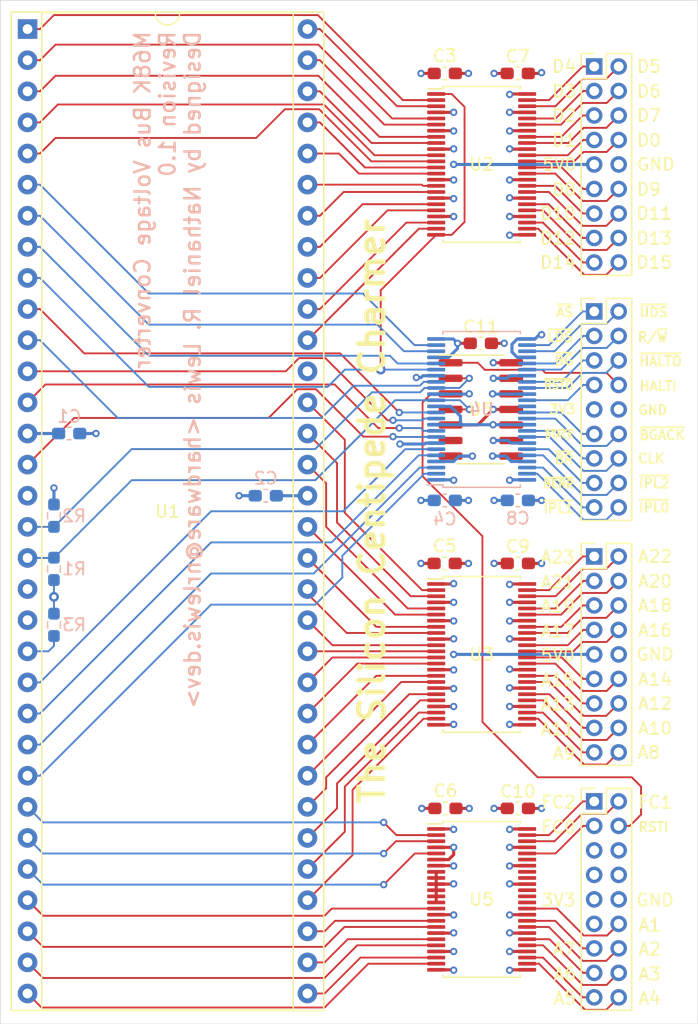
<source format=kicad_pcb>
(kicad_pcb (version 20171130) (host pcbnew 5.1.10)
  (layers (0 F.Cu signal) (1 In1.Cu power hide) (2 In2.Cu power hide) (31 B.Cu signal) (34 B.Paste user) (35 F.Paste user) (36 B.SilkS user) (37 F.SilkS user) (38 B.Mask user) (39 F.Mask user) (44 Edge.Cuts user))
  (net 0 "")
  (net 1 "Net-(U1-Pad20)")
  (net 2 "Net-(U1-Pad19)")
  (net 3 GND)
  (net 4 +5V)
  (net 5 ~RESET)
  (net 6 ~HALT)
  (net 7 D5)
  (net 8 A4)
  (net 9 D6)
  (net 10 A3)
  (net 11 D7)
  (net 12 A2)
  (net 13 D8)
  (net 14 A1)
  (net 15 D9)
  (net 16 FC0)
  (net 17 D10)
  (net 18 FC1)
  (net 19 D11)
  (net 20 FC2)
  (net 21 D12)
  (net 22 ~IPL0)
  (net 23 D13)
  (net 24 ~IPL1)
  (net 25 D14)
  (net 26 ~IPL2)
  (net 27 D15)
  (net 28 ~BERR)
  (net 29 A23)
  (net 30 A22)
  (net 31 A21)
  (net 32 A20)
  (net 33 A19)
  (net 34 CLK)
  (net 35 A18)
  (net 36 A17)
  (net 37 ~BR)
  (net 38 A16)
  (net 39 ~BGACK)
  (net 40 A15)
  (net 41 ~BG)
  (net 42 A14)
  (net 43 ~DTACK)
  (net 44 A13)
  (net 45 R~W)
  (net 46 A12)
  (net 47 ~LDS)
  (net 48 A11)
  (net 49 ~UDS)
  (net 50 A10)
  (net 51 ~AS)
  (net 52 A9)
  (net 53 D0)
  (net 54 A8)
  (net 55 D1)
  (net 56 A7)
  (net 57 D2)
  (net 58 A6)
  (net 59 D3)
  (net 60 A5)
  (net 61 D4)
  (net 62 +3V3)
  (net 63 L_FC2)
  (net 64 L_FC1)
  (net 65 L_FC0)
  (net 66 DD4)
  (net 67 DD5)
  (net 68 DD3)
  (net 69 DD6)
  (net 70 DD2)
  (net 71 DD7)
  (net 72 DD1)
  (net 73 DD0)
  (net 74 DD8)
  (net 75 DD9)
  (net 76 DD10)
  (net 77 DD11)
  (net 78 DD12)
  (net 79 DD13)
  (net 80 DD14)
  (net 81 DD15)
  (net 82 AA23)
  (net 83 AA22)
  (net 84 AA21)
  (net 85 AA20)
  (net 86 AA19)
  (net 87 AA18)
  (net 88 AA17)
  (net 89 AA16)
  (net 90 AA15)
  (net 91 AA14)
  (net 92 AA13)
  (net 93 AA12)
  (net 94 AA11)
  (net 95 AA10)
  (net 96 AA9)
  (net 97 AA8)
  (net 98 AA1)
  (net 99 AA7)
  (net 100 AA2)
  (net 101 AA6)
  (net 102 AA3)
  (net 103 AA5)
  (net 104 AA4)
  (net 105 ~L_IPL0)
  (net 106 ~L_IPL1)
  (net 107 ~L_IPL2)
  (net 108 ~L_BERR)
  (net 109 L_CLK)
  (net 110 ~L_BR)
  (net 111 ~L_BGACK)
  (net 112 ~L_DTACK)
  (net 113 ~L_RESET)
  (net 114 ~L_HALT)
  (net 115 ~L_BG)
  (net 116 L_R~W)
  (net 117 ~L_LDS)
  (net 118 ~L_UDS)
  (net 119 ~L_AS)
  (net 120 HALT_IN)
  (net 121 RESET_IN)
  (net 122 "Net-(R3-Pad2)")
  (net 123 "Net-(U4-Pad36)")
  (net 124 "Net-(U5-Pad43)")
  (net 125 "Net-(U5-Pad41)")
  (net 126 "Net-(U5-Pad40)")
  (net 127 "Net-(U5-Pad38)")
  (net 128 "Net-(U5-Pad37)")
  (net 129 "Net-(U5-Pad36)")
  (net 130 "Net-(U6-Pad12)")
  (net 131 "Net-(U6-Pad10)")
  (net 132 "Net-(U6-Pad8)")
  (net 133 "Net-(U6-Pad6)")
  (module Resistor_SMD:R_0603_1608Metric_Pad0.98x0.95mm_HandSolder (layer B.Cu) (at 127.127 106.68 270)
    (fp_text reference R3 (at 0 -1.651) (layer B.SilkS) (effects (justify mirror)))
    (fp_text value 2.2K hide)
    (pad 2 smd roundrect (at 0.9125 0 270) (size 0.975 0.95) (layers B.Cu B.Paste B.Mask) (net 122 "Net-(R3-Pad2)"))
    (pad 1 smd roundrect (at -0.9125 0 270) (size 0.975 0.95) (layers B.Cu B.Paste B.Mask) (net 4 +5V))
  )
  (module Connector_PinHeader_2.00mm:PinHeader_2x09_P2.00mm_Vertical (layer F.Cu) (at 171.24172 121.092991)
    (fp_text reference J4 hide)
    (fp_text value "Function Code and Lower Address" hide)
    (pad 18 thru_hole oval (at 2 16) (size 1.35 1.35) (drill 0.8) (layers *.Cu *.Mask) (net 104 AA4))
    (pad 17 thru_hole oval (at 0 16) (size 1.35 1.35) (drill 0.8) (layers *.Cu *.Mask) (net 103 AA5))
    (pad 16 thru_hole oval (at 2 14) (size 1.35 1.35) (drill 0.8) (layers *.Cu *.Mask) (net 102 AA3))
    (pad 15 thru_hole oval (at 0 14) (size 1.35 1.35) (drill 0.8) (layers *.Cu *.Mask) (net 101 AA6))
    (pad 14 thru_hole oval (at 2 12) (size 1.35 1.35) (drill 0.8) (layers *.Cu *.Mask) (net 100 AA2))
    (pad 13 thru_hole oval (at 0 12) (size 1.35 1.35) (drill 0.8) (layers *.Cu *.Mask) (net 99 AA7))
    (pad 12 thru_hole oval (at 2 10) (size 1.35 1.35) (drill 0.8) (layers *.Cu *.Mask) (net 98 AA1))
    (pad 11 thru_hole oval (at 0 10) (size 1.35 1.35) (drill 0.8) (layers *.Cu *.Mask) (net 3 GND))
    (pad 10 thru_hole oval (at 2 8) (size 1.35 1.35) (drill 0.8) (layers *.Cu *.Mask) (net 3 GND))
    (pad 9 thru_hole oval (at 0 8) (size 1.35 1.35) (drill 0.8) (layers *.Cu *.Mask) (net 62 +3V3))
    (pad 8 thru_hole oval (at 2 6) (size 1.35 1.35) (drill 0.8) (layers *.Cu *.Mask) (net 3 GND))
    (pad 7 thru_hole oval (at 0 6) (size 1.35 1.35) (drill 0.8) (layers *.Cu *.Mask) (net 3 GND))
    (pad 6 thru_hole oval (at 2 4) (size 1.35 1.35) (drill 0.8) (layers *.Cu *.Mask) (net 3 GND))
    (pad 5 thru_hole oval (at 0 4) (size 1.35 1.35) (drill 0.8) (layers *.Cu *.Mask) (net 3 GND))
    (pad 4 thru_hole oval (at 2 2) (size 1.35 1.35) (drill 0.8) (layers *.Cu *.Mask) (net 121 RESET_IN))
    (pad 3 thru_hole oval (at 0 2) (size 1.35 1.35) (drill 0.8) (layers *.Cu *.Mask) (net 65 L_FC0))
    (pad 2 thru_hole oval (at 2 0) (size 1.35 1.35) (drill 0.8) (layers *.Cu *.Mask) (net 64 L_FC1))
    (pad 1 thru_hole rect (at 0 0) (size 1.35 1.35) (drill 0.8) (layers *.Cu *.Mask) (net 63 L_FC2))
  )
  (module Connector_PinHeader_2.00mm:PinHeader_2x09_P2.00mm_Vertical (layer F.Cu) (at 171.24172 101.092991)
    (fp_text reference J3 hide)
    (fp_text value Address hide)
    (pad 18 thru_hole oval (at 2 16) (size 1.35 1.35) (drill 0.8) (layers *.Cu *.Mask) (net 97 AA8))
    (pad 17 thru_hole oval (at 0 16) (size 1.35 1.35) (drill 0.8) (layers *.Cu *.Mask) (net 96 AA9))
    (pad 16 thru_hole oval (at 2 14) (size 1.35 1.35) (drill 0.8) (layers *.Cu *.Mask) (net 95 AA10))
    (pad 15 thru_hole oval (at 0 14) (size 1.35 1.35) (drill 0.8) (layers *.Cu *.Mask) (net 94 AA11))
    (pad 14 thru_hole oval (at 2 12) (size 1.35 1.35) (drill 0.8) (layers *.Cu *.Mask) (net 93 AA12))
    (pad 13 thru_hole oval (at 0 12) (size 1.35 1.35) (drill 0.8) (layers *.Cu *.Mask) (net 92 AA13))
    (pad 12 thru_hole oval (at 2 10) (size 1.35 1.35) (drill 0.8) (layers *.Cu *.Mask) (net 91 AA14))
    (pad 11 thru_hole oval (at 0 10) (size 1.35 1.35) (drill 0.8) (layers *.Cu *.Mask) (net 90 AA15))
    (pad 10 thru_hole oval (at 2 8) (size 1.35 1.35) (drill 0.8) (layers *.Cu *.Mask) (net 3 GND))
    (pad 9 thru_hole oval (at 0 8) (size 1.35 1.35) (drill 0.8) (layers *.Cu *.Mask) (net 4 +5V))
    (pad 8 thru_hole oval (at 2 6) (size 1.35 1.35) (drill 0.8) (layers *.Cu *.Mask) (net 89 AA16))
    (pad 7 thru_hole oval (at 0 6) (size 1.35 1.35) (drill 0.8) (layers *.Cu *.Mask) (net 88 AA17))
    (pad 6 thru_hole oval (at 2 4) (size 1.35 1.35) (drill 0.8) (layers *.Cu *.Mask) (net 87 AA18))
    (pad 5 thru_hole oval (at 0 4) (size 1.35 1.35) (drill 0.8) (layers *.Cu *.Mask) (net 86 AA19))
    (pad 4 thru_hole oval (at 2 2) (size 1.35 1.35) (drill 0.8) (layers *.Cu *.Mask) (net 85 AA20))
    (pad 3 thru_hole oval (at 0 2) (size 1.35 1.35) (drill 0.8) (layers *.Cu *.Mask) (net 84 AA21))
    (pad 2 thru_hole oval (at 2 0) (size 1.35 1.35) (drill 0.8) (layers *.Cu *.Mask) (net 83 AA22))
    (pad 1 thru_hole rect (at 0 0) (size 1.35 1.35) (drill 0.8) (layers *.Cu *.Mask) (net 82 AA23))
  )
  (module Connector_PinHeader_2.00mm:PinHeader_2x09_P2.00mm_Vertical (layer F.Cu) (at 171.24172 81.092991)
    (fp_text reference J2 hide)
    (fp_text value "Bus Signals" hide)
    (pad 18 thru_hole oval (at 2 16) (size 1.35 1.35) (drill 0.8) (layers *.Cu *.Mask) (net 105 ~L_IPL0))
    (pad 17 thru_hole oval (at 0 16) (size 1.35 1.35) (drill 0.8) (layers *.Cu *.Mask) (net 106 ~L_IPL1))
    (pad 16 thru_hole oval (at 2 14) (size 1.35 1.35) (drill 0.8) (layers *.Cu *.Mask) (net 107 ~L_IPL2))
    (pad 15 thru_hole oval (at 0 14) (size 1.35 1.35) (drill 0.8) (layers *.Cu *.Mask) (net 108 ~L_BERR))
    (pad 14 thru_hole oval (at 2 12) (size 1.35 1.35) (drill 0.8) (layers *.Cu *.Mask) (net 109 L_CLK))
    (pad 13 thru_hole oval (at 0 12) (size 1.35 1.35) (drill 0.8) (layers *.Cu *.Mask) (net 110 ~L_BR))
    (pad 12 thru_hole oval (at 2 10) (size 1.35 1.35) (drill 0.8) (layers *.Cu *.Mask) (net 111 ~L_BGACK))
    (pad 11 thru_hole oval (at 0 10) (size 1.35 1.35) (drill 0.8) (layers *.Cu *.Mask) (net 112 ~L_DTACK))
    (pad 10 thru_hole oval (at 2 8) (size 1.35 1.35) (drill 0.8) (layers *.Cu *.Mask) (net 3 GND))
    (pad 9 thru_hole oval (at 0 8) (size 1.35 1.35) (drill 0.8) (layers *.Cu *.Mask) (net 62 +3V3))
    (pad 8 thru_hole oval (at 2 6) (size 1.35 1.35) (drill 0.8) (layers *.Cu *.Mask) (net 120 HALT_IN))
    (pad 7 thru_hole oval (at 0 6) (size 1.35 1.35) (drill 0.8) (layers *.Cu *.Mask) (net 113 ~L_RESET))
    (pad 6 thru_hole oval (at 2 4) (size 1.35 1.35) (drill 0.8) (layers *.Cu *.Mask) (net 114 ~L_HALT))
    (pad 5 thru_hole oval (at 0 4) (size 1.35 1.35) (drill 0.8) (layers *.Cu *.Mask) (net 115 ~L_BG))
    (pad 4 thru_hole oval (at 2 2) (size 1.35 1.35) (drill 0.8) (layers *.Cu *.Mask) (net 116 L_R~W))
    (pad 3 thru_hole oval (at 0 2) (size 1.35 1.35) (drill 0.8) (layers *.Cu *.Mask) (net 117 ~L_LDS))
    (pad 2 thru_hole oval (at 2 0) (size 1.35 1.35) (drill 0.8) (layers *.Cu *.Mask) (net 118 ~L_UDS))
    (pad 1 thru_hole rect (at 0 0) (size 1.35 1.35) (drill 0.8) (layers *.Cu *.Mask) (net 119 ~L_AS))
  )
  (module Connector_PinHeader_2.00mm:PinHeader_2x09_P2.00mm_Vertical (layer F.Cu) (at 171.24172 61.092991)
    (fp_text reference J1 hide)
    (fp_text value Data hide)
    (pad 18 thru_hole oval (at 2 16) (size 1.35 1.35) (drill 0.8) (layers *.Cu *.Mask) (net 81 DD15))
    (pad 17 thru_hole oval (at 0 16) (size 1.35 1.35) (drill 0.8) (layers *.Cu *.Mask) (net 80 DD14))
    (pad 16 thru_hole oval (at 2 14) (size 1.35 1.35) (drill 0.8) (layers *.Cu *.Mask) (net 79 DD13))
    (pad 15 thru_hole oval (at 0 14) (size 1.35 1.35) (drill 0.8) (layers *.Cu *.Mask) (net 78 DD12))
    (pad 14 thru_hole oval (at 2 12) (size 1.35 1.35) (drill 0.8) (layers *.Cu *.Mask) (net 77 DD11))
    (pad 13 thru_hole oval (at 0 12) (size 1.35 1.35) (drill 0.8) (layers *.Cu *.Mask) (net 76 DD10))
    (pad 12 thru_hole oval (at 2 10) (size 1.35 1.35) (drill 0.8) (layers *.Cu *.Mask) (net 75 DD9))
    (pad 11 thru_hole oval (at 0 10) (size 1.35 1.35) (drill 0.8) (layers *.Cu *.Mask) (net 74 DD8))
    (pad 10 thru_hole oval (at 2 8) (size 1.35 1.35) (drill 0.8) (layers *.Cu *.Mask) (net 3 GND))
    (pad 9 thru_hole oval (at 0 8) (size 1.35 1.35) (drill 0.8) (layers *.Cu *.Mask) (net 4 +5V))
    (pad 8 thru_hole oval (at 2 6) (size 1.35 1.35) (drill 0.8) (layers *.Cu *.Mask) (net 73 DD0))
    (pad 7 thru_hole oval (at 0 6) (size 1.35 1.35) (drill 0.8) (layers *.Cu *.Mask) (net 72 DD1))
    (pad 6 thru_hole oval (at 2 4) (size 1.35 1.35) (drill 0.8) (layers *.Cu *.Mask) (net 71 DD7))
    (pad 5 thru_hole oval (at 0 4) (size 1.35 1.35) (drill 0.8) (layers *.Cu *.Mask) (net 70 DD2))
    (pad 4 thru_hole oval (at 2 2) (size 1.35 1.35) (drill 0.8) (layers *.Cu *.Mask) (net 69 DD6))
    (pad 3 thru_hole oval (at 0 2) (size 1.35 1.35) (drill 0.8) (layers *.Cu *.Mask) (net 68 DD3))
    (pad 2 thru_hole oval (at 2 0) (size 1.35 1.35) (drill 0.8) (layers *.Cu *.Mask) (net 67 DD5))
    (pad 1 thru_hole rect (at 0 0) (size 1.35 1.35) (drill 0.8) (layers *.Cu *.Mask) (net 66 DD4))
  )
  (module Capacitor_SMD:C_0603_1608Metric_Pad1.08x0.95mm_HandSolder (layer F.Cu) (at 161.9885 83.693 180)
    (fp_text reference C11 (at 0 1.3335) (layer F.SilkS))
    (fp_text value 100nF hide)
    (pad 2 smd roundrect (at 0.8625 0 180) (size 1.075 0.95) (layers F.Cu F.Paste F.Mask) (net 3 GND))
    (pad 1 smd roundrect (at -0.8625 0 180) (size 1.075 0.95) (layers F.Cu F.Paste F.Mask) (net 62 +3V3))
  )
  (module Capacitor_SMD:C_0603_1608Metric_Pad1.08x0.95mm_HandSolder (layer F.Cu) (at 165.01 121.666 180)
    (fp_text reference C10 (at 0 1.397) (layer F.SilkS))
    (fp_text value 100nF hide)
    (pad 2 smd roundrect (at 0.8625 0 180) (size 1.075 0.95) (layers F.Cu F.Paste F.Mask) (net 3 GND))
    (pad 1 smd roundrect (at -0.8625 0 180) (size 1.075 0.95) (layers F.Cu F.Paste F.Mask) (net 62 +3V3))
  )
  (module Capacitor_SMD:C_0603_1608Metric_Pad1.08x0.95mm_HandSolder (layer F.Cu) (at 165.01 101.6635 180)
    (fp_text reference C9 (at 0 1.397) (layer F.SilkS))
    (fp_text value 100nF hide)
    (pad 2 smd roundrect (at 0.8625 0 180) (size 1.075 0.95) (layers F.Cu F.Paste F.Mask) (net 3 GND))
    (pad 1 smd roundrect (at -0.8625 0 180) (size 1.075 0.95) (layers F.Cu F.Paste F.Mask) (net 62 +3V3))
  )
  (module Capacitor_SMD:C_0603_1608Metric_Pad1.08x0.95mm_HandSolder (layer B.Cu) (at 165.01 96.52 180)
    (fp_text reference C8 (at 0 -1.4605) (layer B.SilkS) (effects (justify mirror)))
    (fp_text value 100nF hide)
    (pad 2 smd roundrect (at 0.8625 0 180) (size 1.075 0.95) (layers B.Cu B.Paste B.Mask) (net 3 GND))
    (pad 1 smd roundrect (at -0.8625 0 180) (size 1.075 0.95) (layers B.Cu B.Paste B.Mask) (net 62 +3V3))
  )
  (module Capacitor_SMD:C_0603_1608Metric_Pad1.08x0.95mm_HandSolder (layer F.Cu) (at 164.9995 61.6585 180)
    (fp_text reference C7 (at 0 1.397) (layer F.SilkS))
    (fp_text value 100nF hide)
    (pad 2 smd roundrect (at 0.8625 0 180) (size 1.075 0.95) (layers F.Cu F.Paste F.Mask) (net 3 GND))
    (pad 1 smd roundrect (at -0.8625 0 180) (size 1.075 0.95) (layers F.Cu F.Paste F.Mask) (net 62 +3V3))
  )
  (module Capacitor_SMD:C_0603_1608Metric_Pad1.08x0.95mm_HandSolder (layer F.Cu) (at 159.094 121.666)
    (fp_text reference C6 (at 0 -1.43) (layer F.SilkS))
    (fp_text value 100nF hide)
    (pad 2 smd roundrect (at 0.8625 0) (size 1.075 0.95) (layers F.Cu F.Paste F.Mask) (net 3 GND))
    (pad 1 smd roundrect (at -0.8625 0) (size 1.075 0.95) (layers F.Cu F.Paste F.Mask) (net 4 +5V))
  )
  (module Capacitor_SMD:C_0603_1608Metric_Pad1.08x0.95mm_HandSolder (layer F.Cu) (at 159.0305 101.6635)
    (fp_text reference C5 (at 0 -1.43) (layer F.SilkS))
    (fp_text value 100nF)
    (pad 2 smd roundrect (at 0.8625 0) (size 1.075 0.95) (layers F.Cu F.Paste F.Mask) (net 3 GND))
    (pad 1 smd roundrect (at -0.8625 0) (size 1.075 0.95) (layers F.Cu F.Paste F.Mask) (net 4 +5V))
  )
  (module Capacitor_SMD:C_0603_1608Metric_Pad1.08x0.95mm_HandSolder (layer B.Cu) (at 159.041 96.52)
    (fp_text reference C4 (at 0 1.524) (layer B.SilkS) (effects (justify mirror)))
    (fp_text value 100nF hide)
    (pad 2 smd roundrect (at 0.8625 0) (size 1.075 0.95) (layers B.Cu B.Paste B.Mask) (net 3 GND))
    (pad 1 smd roundrect (at -0.8625 0) (size 1.075 0.95) (layers B.Cu B.Paste B.Mask) (net 4 +5V))
  )
  (module Capacitor_SMD:C_0603_1608Metric_Pad1.08x0.95mm_HandSolder (layer F.Cu) (at 159.041 61.6585)
    (fp_text reference C3 (at 0 -1.43) (layer F.SilkS))
    (fp_text value 100nF hide)
    (pad 2 smd roundrect (at 0.8625 0) (size 1.075 0.95) (layers F.Cu F.Paste F.Mask) (net 3 GND))
    (pad 1 smd roundrect (at -0.8625 0) (size 1.075 0.95) (layers F.Cu F.Paste F.Mask) (net 4 +5V))
  )
  (module Package_SO:TSSOP-48_6.1x12.5mm_P0.5mm (layer F.Cu) (at 162.052 129.0955)
    (fp_text reference U5 (at 0 0) (layer F.SilkS))
    (fp_text value 74ALVC164245 hide)
    (pad 48 smd roundrect (at 3.7125 -5.75) (size 1.475 0.3) (layers F.Cu F.Paste F.Mask) (net 3 GND))
    (pad 47 smd roundrect (at 3.7125 -5.25) (size 1.475 0.3) (layers F.Cu F.Paste F.Mask) (net 63 L_FC2))
    (pad 46 smd roundrect (at 3.7125 -4.75) (size 1.475 0.3) (layers F.Cu F.Paste F.Mask) (net 64 L_FC1))
    (pad 45 smd roundrect (at 3.7125 -4.25) (size 1.475 0.3) (layers F.Cu F.Paste F.Mask) (net 3 GND))
    (pad 44 smd roundrect (at 3.7125 -3.75) (size 1.475 0.3) (layers F.Cu F.Paste F.Mask) (net 65 L_FC0))
    (pad 43 smd roundrect (at 3.7125 -3.25) (size 1.475 0.3) (layers F.Cu F.Paste F.Mask) (net 124 "Net-(U5-Pad43)"))
    (pad 42 smd roundrect (at 3.7125 -2.75) (size 1.475 0.3) (layers F.Cu F.Paste F.Mask) (net 62 +3V3))
    (pad 41 smd roundrect (at 3.7125 -2.25) (size 1.475 0.3) (layers F.Cu F.Paste F.Mask) (net 125 "Net-(U5-Pad41)"))
    (pad 40 smd roundrect (at 3.7125 -1.75) (size 1.475 0.3) (layers F.Cu F.Paste F.Mask) (net 126 "Net-(U5-Pad40)"))
    (pad 39 smd roundrect (at 3.7125 -1.25) (size 1.475 0.3) (layers F.Cu F.Paste F.Mask) (net 3 GND))
    (pad 38 smd roundrect (at 3.7125 -0.75) (size 1.475 0.3) (layers F.Cu F.Paste F.Mask) (net 127 "Net-(U5-Pad38)"))
    (pad 37 smd roundrect (at 3.7125 -0.25) (size 1.475 0.3) (layers F.Cu F.Paste F.Mask) (net 128 "Net-(U5-Pad37)"))
    (pad 36 smd roundrect (at 3.7125 0.25) (size 1.475 0.3) (layers F.Cu F.Paste F.Mask) (net 129 "Net-(U5-Pad36)"))
    (pad 35 smd roundrect (at 3.7125 0.75) (size 1.475 0.3) (layers F.Cu F.Paste F.Mask) (net 98 AA1))
    (pad 34 smd roundrect (at 3.7125 1.25) (size 1.475 0.3) (layers F.Cu F.Paste F.Mask) (net 3 GND))
    (pad 33 smd roundrect (at 3.7125 1.75) (size 1.475 0.3) (layers F.Cu F.Paste F.Mask) (net 99 AA7))
    (pad 32 smd roundrect (at 3.7125 2.25) (size 1.475 0.3) (layers F.Cu F.Paste F.Mask) (net 100 AA2))
    (pad 31 smd roundrect (at 3.7125 2.75) (size 1.475 0.3) (layers F.Cu F.Paste F.Mask) (net 62 +3V3))
    (pad 30 smd roundrect (at 3.7125 3.25) (size 1.475 0.3) (layers F.Cu F.Paste F.Mask) (net 101 AA6))
    (pad 29 smd roundrect (at 3.7125 3.75) (size 1.475 0.3) (layers F.Cu F.Paste F.Mask) (net 102 AA3))
    (pad 28 smd roundrect (at 3.7125 4.25) (size 1.475 0.3) (layers F.Cu F.Paste F.Mask) (net 3 GND))
    (pad 27 smd roundrect (at 3.7125 4.75) (size 1.475 0.3) (layers F.Cu F.Paste F.Mask) (net 103 AA5))
    (pad 26 smd roundrect (at 3.7125 5.25) (size 1.475 0.3) (layers F.Cu F.Paste F.Mask) (net 104 AA4))
    (pad 25 smd roundrect (at 3.7125 5.75) (size 1.475 0.3) (layers F.Cu F.Paste F.Mask) (net 3 GND))
    (pad 24 smd roundrect (at -3.7125 5.75) (size 1.475 0.3) (layers F.Cu F.Paste F.Mask) (net 3 GND))
    (pad 23 smd roundrect (at -3.7125 5.25) (size 1.475 0.3) (layers F.Cu F.Paste F.Mask) (net 8 A4))
    (pad 22 smd roundrect (at -3.7125 4.75) (size 1.475 0.3) (layers F.Cu F.Paste F.Mask) (net 60 A5))
    (pad 21 smd roundrect (at -3.7125 4.25) (size 1.475 0.3) (layers F.Cu F.Paste F.Mask) (net 3 GND))
    (pad 20 smd roundrect (at -3.7125 3.75) (size 1.475 0.3) (layers F.Cu F.Paste F.Mask) (net 10 A3))
    (pad 19 smd roundrect (at -3.7125 3.25) (size 1.475 0.3) (layers F.Cu F.Paste F.Mask) (net 58 A6))
    (pad 18 smd roundrect (at -3.7125 2.75) (size 1.475 0.3) (layers F.Cu F.Paste F.Mask) (net 4 +5V))
    (pad 17 smd roundrect (at -3.7125 2.25) (size 1.475 0.3) (layers F.Cu F.Paste F.Mask) (net 12 A2))
    (pad 16 smd roundrect (at -3.7125 1.75) (size 1.475 0.3) (layers F.Cu F.Paste F.Mask) (net 56 A7))
    (pad 15 smd roundrect (at -3.7125 1.25) (size 1.475 0.3) (layers F.Cu F.Paste F.Mask) (net 3 GND))
    (pad 14 smd roundrect (at -3.7125 0.75) (size 1.475 0.3) (layers F.Cu F.Paste F.Mask) (net 14 A1))
    (pad 13 smd roundrect (at -3.7125 0.25) (size 1.475 0.3) (layers F.Cu F.Paste F.Mask) (net 3 GND))
    (pad 12 smd roundrect (at -3.7125 -0.25) (size 1.475 0.3) (layers F.Cu F.Paste F.Mask) (net 3 GND))
    (pad 11 smd roundrect (at -3.7125 -0.75) (size 1.475 0.3) (layers F.Cu F.Paste F.Mask) (net 3 GND))
    (pad 10 smd roundrect (at -3.7125 -1.25) (size 1.475 0.3) (layers F.Cu F.Paste F.Mask) (net 3 GND))
    (pad 9 smd roundrect (at -3.7125 -1.75) (size 1.475 0.3) (layers F.Cu F.Paste F.Mask) (net 3 GND))
    (pad 8 smd roundrect (at -3.7125 -2.25) (size 1.475 0.3) (layers F.Cu F.Paste F.Mask) (net 3 GND))
    (pad 7 smd roundrect (at -3.7125 -2.75) (size 1.475 0.3) (layers F.Cu F.Paste F.Mask) (net 4 +5V))
    (pad 6 smd roundrect (at -3.7125 -3.25) (size 1.475 0.3) (layers F.Cu F.Paste F.Mask) (net 3 GND))
    (pad 5 smd roundrect (at -3.7125 -3.75) (size 1.475 0.3) (layers F.Cu F.Paste F.Mask) (net 16 FC0))
    (pad 4 smd roundrect (at -3.7125 -4.25) (size 1.475 0.3) (layers F.Cu F.Paste F.Mask) (net 3 GND))
    (pad 3 smd roundrect (at -3.7125 -4.75) (size 1.475 0.3) (layers F.Cu F.Paste F.Mask) (net 18 FC1))
    (pad 2 smd roundrect (at -3.7125 -5.25) (size 1.475 0.3) (layers F.Cu F.Paste F.Mask) (net 20 FC2))
    (pad 1 smd roundrect (at -3.7125 -5.75) (size 1.475 0.3) (layers F.Cu F.Paste F.Mask) (net 3 GND))
  )
  (module Package_SO:TSSOP-48_6.1x12.5mm_P0.5mm (layer B.Cu) (at 162.052 89.0905)
    (fp_text reference U4 (at 0 0) (layer B.SilkS) (effects (justify mirror)))
    (fp_text value 74ALVC164245 hide)
    (pad 48 smd roundrect (at 3.7125 5.75) (size 1.475 0.3) (layers B.Cu B.Paste B.Mask) (net 3 GND))
    (pad 47 smd roundrect (at 3.7125 5.25) (size 1.475 0.3) (layers B.Cu B.Paste B.Mask) (net 105 ~L_IPL0))
    (pad 46 smd roundrect (at 3.7125 4.75) (size 1.475 0.3) (layers B.Cu B.Paste B.Mask) (net 106 ~L_IPL1))
    (pad 45 smd roundrect (at 3.7125 4.25) (size 1.475 0.3) (layers B.Cu B.Paste B.Mask) (net 3 GND))
    (pad 44 smd roundrect (at 3.7125 3.75) (size 1.475 0.3) (layers B.Cu B.Paste B.Mask) (net 107 ~L_IPL2))
    (pad 43 smd roundrect (at 3.7125 3.25) (size 1.475 0.3) (layers B.Cu B.Paste B.Mask) (net 108 ~L_BERR))
    (pad 42 smd roundrect (at 3.7125 2.75) (size 1.475 0.3) (layers B.Cu B.Paste B.Mask) (net 62 +3V3))
    (pad 41 smd roundrect (at 3.7125 2.25) (size 1.475 0.3) (layers B.Cu B.Paste B.Mask) (net 109 L_CLK))
    (pad 40 smd roundrect (at 3.7125 1.75) (size 1.475 0.3) (layers B.Cu B.Paste B.Mask) (net 110 ~L_BR))
    (pad 39 smd roundrect (at 3.7125 1.25) (size 1.475 0.3) (layers B.Cu B.Paste B.Mask) (net 3 GND))
    (pad 38 smd roundrect (at 3.7125 0.75) (size 1.475 0.3) (layers B.Cu B.Paste B.Mask) (net 111 ~L_BGACK))
    (pad 37 smd roundrect (at 3.7125 0.25) (size 1.475 0.3) (layers B.Cu B.Paste B.Mask) (net 112 ~L_DTACK))
    (pad 36 smd roundrect (at 3.7125 -0.25) (size 1.475 0.3) (layers B.Cu B.Paste B.Mask) (net 123 "Net-(U4-Pad36)"))
    (pad 35 smd roundrect (at 3.7125 -0.75) (size 1.475 0.3) (layers B.Cu B.Paste B.Mask) (net 113 ~L_RESET))
    (pad 34 smd roundrect (at 3.7125 -1.25) (size 1.475 0.3) (layers B.Cu B.Paste B.Mask) (net 3 GND))
    (pad 33 smd roundrect (at 3.7125 -1.75) (size 1.475 0.3) (layers B.Cu B.Paste B.Mask) (net 114 ~L_HALT))
    (pad 32 smd roundrect (at 3.7125 -2.25) (size 1.475 0.3) (layers B.Cu B.Paste B.Mask) (net 115 ~L_BG))
    (pad 31 smd roundrect (at 3.7125 -2.75) (size 1.475 0.3) (layers B.Cu B.Paste B.Mask) (net 62 +3V3))
    (pad 30 smd roundrect (at 3.7125 -3.25) (size 1.475 0.3) (layers B.Cu B.Paste B.Mask) (net 116 L_R~W))
    (pad 29 smd roundrect (at 3.7125 -3.75) (size 1.475 0.3) (layers B.Cu B.Paste B.Mask) (net 117 ~L_LDS))
    (pad 28 smd roundrect (at 3.7125 -4.25) (size 1.475 0.3) (layers B.Cu B.Paste B.Mask) (net 3 GND))
    (pad 27 smd roundrect (at 3.7125 -4.75) (size 1.475 0.3) (layers B.Cu B.Paste B.Mask) (net 118 ~L_UDS))
    (pad 26 smd roundrect (at 3.7125 -5.25) (size 1.475 0.3) (layers B.Cu B.Paste B.Mask) (net 119 ~L_AS))
    (pad 25 smd roundrect (at 3.7125 -5.75) (size 1.475 0.3) (layers B.Cu B.Paste B.Mask) (net 3 GND))
    (pad 24 smd roundrect (at -3.7125 -5.75) (size 1.475 0.3) (layers B.Cu B.Paste B.Mask) (net 3 GND))
    (pad 23 smd roundrect (at -3.7125 -5.25) (size 1.475 0.3) (layers B.Cu B.Paste B.Mask) (net 51 ~AS))
    (pad 22 smd roundrect (at -3.7125 -4.75) (size 1.475 0.3) (layers B.Cu B.Paste B.Mask) (net 49 ~UDS))
    (pad 21 smd roundrect (at -3.7125 -4.25) (size 1.475 0.3) (layers B.Cu B.Paste B.Mask) (net 3 GND))
    (pad 20 smd roundrect (at -3.7125 -3.75) (size 1.475 0.3) (layers B.Cu B.Paste B.Mask) (net 47 ~LDS))
    (pad 19 smd roundrect (at -3.7125 -3.25) (size 1.475 0.3) (layers B.Cu B.Paste B.Mask) (net 45 R~W))
    (pad 18 smd roundrect (at -3.7125 -2.75) (size 1.475 0.3) (layers B.Cu B.Paste B.Mask) (net 4 +5V))
    (pad 17 smd roundrect (at -3.7125 -2.25) (size 1.475 0.3) (layers B.Cu B.Paste B.Mask) (net 41 ~BG))
    (pad 16 smd roundrect (at -3.7125 -1.75) (size 1.475 0.3) (layers B.Cu B.Paste B.Mask) (net 6 ~HALT))
    (pad 15 smd roundrect (at -3.7125 -1.25) (size 1.475 0.3) (layers B.Cu B.Paste B.Mask) (net 3 GND))
    (pad 14 smd roundrect (at -3.7125 -0.75) (size 1.475 0.3) (layers B.Cu B.Paste B.Mask) (net 5 ~RESET))
    (pad 13 smd roundrect (at -3.7125 -0.25) (size 1.475 0.3) (layers B.Cu B.Paste B.Mask) (net 3 GND))
    (pad 12 smd roundrect (at -3.7125 0.25) (size 1.475 0.3) (layers B.Cu B.Paste B.Mask) (net 43 ~DTACK))
    (pad 11 smd roundrect (at -3.7125 0.75) (size 1.475 0.3) (layers B.Cu B.Paste B.Mask) (net 39 ~BGACK))
    (pad 10 smd roundrect (at -3.7125 1.25) (size 1.475 0.3) (layers B.Cu B.Paste B.Mask) (net 3 GND))
    (pad 9 smd roundrect (at -3.7125 1.75) (size 1.475 0.3) (layers B.Cu B.Paste B.Mask) (net 37 ~BR))
    (pad 8 smd roundrect (at -3.7125 2.25) (size 1.475 0.3) (layers B.Cu B.Paste B.Mask) (net 34 CLK))
    (pad 7 smd roundrect (at -3.7125 2.75) (size 1.475 0.3) (layers B.Cu B.Paste B.Mask) (net 4 +5V))
    (pad 6 smd roundrect (at -3.7125 3.25) (size 1.475 0.3) (layers B.Cu B.Paste B.Mask) (net 28 ~BERR))
    (pad 5 smd roundrect (at -3.7125 3.75) (size 1.475 0.3) (layers B.Cu B.Paste B.Mask) (net 26 ~IPL2))
    (pad 4 smd roundrect (at -3.7125 4.25) (size 1.475 0.3) (layers B.Cu B.Paste B.Mask) (net 3 GND))
    (pad 3 smd roundrect (at -3.7125 4.75) (size 1.475 0.3) (layers B.Cu B.Paste B.Mask) (net 24 ~IPL1))
    (pad 2 smd roundrect (at -3.7125 5.25) (size 1.475 0.3) (layers B.Cu B.Paste B.Mask) (net 22 ~IPL0))
    (pad 1 smd roundrect (at -3.7125 5.75) (size 1.475 0.3) (layers B.Cu B.Paste B.Mask) (net 4 +5V))
  )
  (module Package_SO:TSSOP-48_6.1x12.5mm_P0.5mm (layer F.Cu) (at 162.052 69.088)
    (fp_text reference U2 (at 0 0) (layer F.SilkS))
    (fp_text value 74ALVC164245 hide)
    (pad 48 smd roundrect (at 3.7125 -5.75) (size 1.475 0.3) (layers F.Cu F.Paste F.Mask) (net 3 GND))
    (pad 47 smd roundrect (at 3.7125 -5.25) (size 1.475 0.3) (layers F.Cu F.Paste F.Mask) (net 66 DD4))
    (pad 46 smd roundrect (at 3.7125 -4.75) (size 1.475 0.3) (layers F.Cu F.Paste F.Mask) (net 67 DD5))
    (pad 45 smd roundrect (at 3.7125 -4.25) (size 1.475 0.3) (layers F.Cu F.Paste F.Mask) (net 3 GND))
    (pad 44 smd roundrect (at 3.7125 -3.75) (size 1.475 0.3) (layers F.Cu F.Paste F.Mask) (net 68 DD3))
    (pad 43 smd roundrect (at 3.7125 -3.25) (size 1.475 0.3) (layers F.Cu F.Paste F.Mask) (net 69 DD6))
    (pad 42 smd roundrect (at 3.7125 -2.75) (size 1.475 0.3) (layers F.Cu F.Paste F.Mask) (net 62 +3V3))
    (pad 41 smd roundrect (at 3.7125 -2.25) (size 1.475 0.3) (layers F.Cu F.Paste F.Mask) (net 70 DD2))
    (pad 40 smd roundrect (at 3.7125 -1.75) (size 1.475 0.3) (layers F.Cu F.Paste F.Mask) (net 71 DD7))
    (pad 39 smd roundrect (at 3.7125 -1.25) (size 1.475 0.3) (layers F.Cu F.Paste F.Mask) (net 3 GND))
    (pad 38 smd roundrect (at 3.7125 -0.75) (size 1.475 0.3) (layers F.Cu F.Paste F.Mask) (net 72 DD1))
    (pad 37 smd roundrect (at 3.7125 -0.25) (size 1.475 0.3) (layers F.Cu F.Paste F.Mask) (net 73 DD0))
    (pad 36 smd roundrect (at 3.7125 0.25) (size 1.475 0.3) (layers F.Cu F.Paste F.Mask) (net 74 DD8))
    (pad 35 smd roundrect (at 3.7125 0.75) (size 1.475 0.3) (layers F.Cu F.Paste F.Mask) (net 75 DD9))
    (pad 34 smd roundrect (at 3.7125 1.25) (size 1.475 0.3) (layers F.Cu F.Paste F.Mask) (net 3 GND))
    (pad 33 smd roundrect (at 3.7125 1.75) (size 1.475 0.3) (layers F.Cu F.Paste F.Mask) (net 76 DD10))
    (pad 32 smd roundrect (at 3.7125 2.25) (size 1.475 0.3) (layers F.Cu F.Paste F.Mask) (net 77 DD11))
    (pad 31 smd roundrect (at 3.7125 2.75) (size 1.475 0.3) (layers F.Cu F.Paste F.Mask) (net 62 +3V3))
    (pad 30 smd roundrect (at 3.7125 3.25) (size 1.475 0.3) (layers F.Cu F.Paste F.Mask) (net 78 DD12))
    (pad 29 smd roundrect (at 3.7125 3.75) (size 1.475 0.3) (layers F.Cu F.Paste F.Mask) (net 79 DD13))
    (pad 28 smd roundrect (at 3.7125 4.25) (size 1.475 0.3) (layers F.Cu F.Paste F.Mask) (net 3 GND))
    (pad 27 smd roundrect (at 3.7125 4.75) (size 1.475 0.3) (layers F.Cu F.Paste F.Mask) (net 80 DD14))
    (pad 26 smd roundrect (at 3.7125 5.25) (size 1.475 0.3) (layers F.Cu F.Paste F.Mask) (net 81 DD15))
    (pad 25 smd roundrect (at 3.7125 5.75) (size 1.475 0.3) (layers F.Cu F.Paste F.Mask) (net 3 GND))
    (pad 24 smd roundrect (at -3.7125 5.75) (size 1.475 0.3) (layers F.Cu F.Paste F.Mask) (net 45 R~W))
    (pad 23 smd roundrect (at -3.7125 5.25) (size 1.475 0.3) (layers F.Cu F.Paste F.Mask) (net 27 D15))
    (pad 22 smd roundrect (at -3.7125 4.75) (size 1.475 0.3) (layers F.Cu F.Paste F.Mask) (net 25 D14))
    (pad 21 smd roundrect (at -3.7125 4.25) (size 1.475 0.3) (layers F.Cu F.Paste F.Mask) (net 3 GND))
    (pad 20 smd roundrect (at -3.7125 3.75) (size 1.475 0.3) (layers F.Cu F.Paste F.Mask) (net 23 D13))
    (pad 19 smd roundrect (at -3.7125 3.25) (size 1.475 0.3) (layers F.Cu F.Paste F.Mask) (net 21 D12))
    (pad 18 smd roundrect (at -3.7125 2.75) (size 1.475 0.3) (layers F.Cu F.Paste F.Mask) (net 4 +5V))
    (pad 17 smd roundrect (at -3.7125 2.25) (size 1.475 0.3) (layers F.Cu F.Paste F.Mask) (net 19 D11))
    (pad 16 smd roundrect (at -3.7125 1.75) (size 1.475 0.3) (layers F.Cu F.Paste F.Mask) (net 17 D10))
    (pad 15 smd roundrect (at -3.7125 1.25) (size 1.475 0.3) (layers F.Cu F.Paste F.Mask) (net 3 GND))
    (pad 14 smd roundrect (at -3.7125 0.75) (size 1.475 0.3) (layers F.Cu F.Paste F.Mask) (net 15 D9))
    (pad 13 smd roundrect (at -3.7125 0.25) (size 1.475 0.3) (layers F.Cu F.Paste F.Mask) (net 13 D8))
    (pad 12 smd roundrect (at -3.7125 -0.25) (size 1.475 0.3) (layers F.Cu F.Paste F.Mask) (net 53 D0))
    (pad 11 smd roundrect (at -3.7125 -0.75) (size 1.475 0.3) (layers F.Cu F.Paste F.Mask) (net 55 D1))
    (pad 10 smd roundrect (at -3.7125 -1.25) (size 1.475 0.3) (layers F.Cu F.Paste F.Mask) (net 3 GND))
    (pad 9 smd roundrect (at -3.7125 -1.75) (size 1.475 0.3) (layers F.Cu F.Paste F.Mask) (net 11 D7))
    (pad 8 smd roundrect (at -3.7125 -2.25) (size 1.475 0.3) (layers F.Cu F.Paste F.Mask) (net 57 D2))
    (pad 7 smd roundrect (at -3.7125 -2.75) (size 1.475 0.3) (layers F.Cu F.Paste F.Mask) (net 4 +5V))
    (pad 6 smd roundrect (at -3.7125 -3.25) (size 1.475 0.3) (layers F.Cu F.Paste F.Mask) (net 9 D6))
    (pad 5 smd roundrect (at -3.7125 -3.75) (size 1.475 0.3) (layers F.Cu F.Paste F.Mask) (net 59 D3))
    (pad 4 smd roundrect (at -3.7125 -4.25) (size 1.475 0.3) (layers F.Cu F.Paste F.Mask) (net 3 GND))
    (pad 3 smd roundrect (at -3.7125 -4.75) (size 1.475 0.3) (layers F.Cu F.Paste F.Mask) (net 7 D5))
    (pad 2 smd roundrect (at -3.7125 -5.25) (size 1.475 0.3) (layers F.Cu F.Paste F.Mask) (net 61 D4))
    (pad 1 smd roundrect (at -3.7125 -5.75) (size 1.475 0.3) (layers F.Cu F.Paste F.Mask) (net 45 R~W))
  )
  (module Capacitor_SMD:C_0603_1608Metric_Pad1.08x0.95mm_HandSolder (layer B.Cu) (at 144.4255 96.139 180)
    (fp_text reference C2 (at 0 1.43) (layer B.SilkS) (effects (justify mirror)))
    (fp_text value 100nF hide)
    (pad 2 smd roundrect (at 0.8625 0 180) (size 1.075 0.95) (layers B.Cu B.Paste B.Mask) (net 3 GND))
    (pad 1 smd roundrect (at -0.8625 0 180) (size 1.075 0.95) (layers B.Cu B.Paste B.Mask) (net 4 +5V))
  )
  (module Capacitor_SMD:C_0603_1608Metric_Pad1.08x0.95mm_HandSolder (layer B.Cu) (at 128.3705 91.059)
    (fp_text reference C1 (at 0 -1.397) (layer B.SilkS) (effects (justify mirror)))
    (fp_text value 100nF hide)
    (pad 2 smd roundrect (at 0.8625 0) (size 1.075 0.95) (layers B.Cu B.Paste B.Mask) (net 3 GND))
    (pad 1 smd roundrect (at -0.8625 0) (size 1.075 0.95) (layers B.Cu B.Paste B.Mask) (net 4 +5V))
  )
  (module Resistor_SMD:R_0603_1608Metric_Pad0.98x0.95mm_HandSolder (layer B.Cu) (at 127.127 97.7665 270)
    (fp_text reference R2 (at 0.0235 -1.651) (layer B.SilkS) (effects (justify mirror)))
    (fp_text value 2.2K hide)
    (pad 2 smd roundrect (at 0.9125 0 270) (size 0.975 0.95) (layers B.Cu B.Paste B.Mask) (net 6 ~HALT))
    (pad 1 smd roundrect (at -0.9125 0 270) (size 0.975 0.95) (layers B.Cu B.Paste B.Mask) (net 4 +5V))
  )
  (module Package_SO:SO-14_3.9x8.65mm_P1.27mm (layer F.Cu) (at 161.9885 89.0905)
    (fp_text reference U6 (at 0 0) (layer F.SilkS))
    (fp_text value 74LVC06 hide)
    (pad 14 smd roundrect (at 2.475 -3.81) (size 1.95 0.6) (layers F.Cu F.Paste F.Mask) (net 62 +3V3))
    (pad 13 smd roundrect (at 2.475 -2.54) (size 1.95 0.6) (layers F.Cu F.Paste F.Mask) (net 62 +3V3))
    (pad 12 smd roundrect (at 2.475 -1.27) (size 1.95 0.6) (layers F.Cu F.Paste F.Mask) (net 130 "Net-(U6-Pad12)"))
    (pad 11 smd roundrect (at 2.475 0) (size 1.95 0.6) (layers F.Cu F.Paste F.Mask) (net 62 +3V3))
    (pad 10 smd roundrect (at 2.475 1.27) (size 1.95 0.6) (layers F.Cu F.Paste F.Mask) (net 131 "Net-(U6-Pad10)"))
    (pad 9 smd roundrect (at 2.475 2.54) (size 1.95 0.6) (layers F.Cu F.Paste F.Mask) (net 62 +3V3))
    (pad 8 smd roundrect (at 2.475 3.81) (size 1.95 0.6) (layers F.Cu F.Paste F.Mask) (net 132 "Net-(U6-Pad8)"))
    (pad 7 smd roundrect (at -2.475 3.81) (size 1.95 0.6) (layers F.Cu F.Paste F.Mask) (net 3 GND))
    (pad 6 smd roundrect (at -2.475 2.54) (size 1.95 0.6) (layers F.Cu F.Paste F.Mask) (net 133 "Net-(U6-Pad6)"))
    (pad 5 smd roundrect (at -2.475 1.27) (size 1.95 0.6) (layers F.Cu F.Paste F.Mask) (net 62 +3V3))
    (pad 4 smd roundrect (at -2.475 0) (size 1.95 0.6) (layers F.Cu F.Paste F.Mask) (net 5 ~RESET))
    (pad 3 smd roundrect (at -2.475 -1.27) (size 1.95 0.6) (layers F.Cu F.Paste F.Mask) (net 121 RESET_IN))
    (pad 2 smd roundrect (at -2.475 -2.54) (size 1.95 0.6) (layers F.Cu F.Paste F.Mask) (net 6 ~HALT))
    (pad 1 smd roundrect (at -2.475 -3.81) (size 1.95 0.6) (layers F.Cu F.Paste F.Mask) (net 120 HALT_IN))
  )
  (module Package_SO:TSSOP-48_6.1x12.5mm_P0.5mm (layer F.Cu) (at 162.052 109.093)
    (fp_text reference U3 (at 0 0) (layer F.SilkS))
    (fp_text value 74ALVC164245 hide)
    (pad 48 smd roundrect (at 3.7125 -5.75) (size 1.475 0.3) (layers F.Cu F.Paste F.Mask) (net 3 GND))
    (pad 47 smd roundrect (at 3.7125 -5.25) (size 1.475 0.3) (layers F.Cu F.Paste F.Mask) (net 82 AA23))
    (pad 46 smd roundrect (at 3.7125 -4.75) (size 1.475 0.3) (layers F.Cu F.Paste F.Mask) (net 83 AA22))
    (pad 45 smd roundrect (at 3.7125 -4.25) (size 1.475 0.3) (layers F.Cu F.Paste F.Mask) (net 3 GND))
    (pad 44 smd roundrect (at 3.7125 -3.75) (size 1.475 0.3) (layers F.Cu F.Paste F.Mask) (net 84 AA21))
    (pad 43 smd roundrect (at 3.7125 -3.25) (size 1.475 0.3) (layers F.Cu F.Paste F.Mask) (net 85 AA20))
    (pad 42 smd roundrect (at 3.7125 -2.75) (size 1.475 0.3) (layers F.Cu F.Paste F.Mask) (net 62 +3V3))
    (pad 41 smd roundrect (at 3.7125 -2.25) (size 1.475 0.3) (layers F.Cu F.Paste F.Mask) (net 86 AA19))
    (pad 40 smd roundrect (at 3.7125 -1.75) (size 1.475 0.3) (layers F.Cu F.Paste F.Mask) (net 87 AA18))
    (pad 39 smd roundrect (at 3.7125 -1.25) (size 1.475 0.3) (layers F.Cu F.Paste F.Mask) (net 3 GND))
    (pad 38 smd roundrect (at 3.7125 -0.75) (size 1.475 0.3) (layers F.Cu F.Paste F.Mask) (net 88 AA17))
    (pad 37 smd roundrect (at 3.7125 -0.25) (size 1.475 0.3) (layers F.Cu F.Paste F.Mask) (net 89 AA16))
    (pad 36 smd roundrect (at 3.7125 0.25) (size 1.475 0.3) (layers F.Cu F.Paste F.Mask) (net 90 AA15))
    (pad 35 smd roundrect (at 3.7125 0.75) (size 1.475 0.3) (layers F.Cu F.Paste F.Mask) (net 91 AA14))
    (pad 34 smd roundrect (at 3.7125 1.25) (size 1.475 0.3) (layers F.Cu F.Paste F.Mask) (net 3 GND))
    (pad 33 smd roundrect (at 3.7125 1.75) (size 1.475 0.3) (layers F.Cu F.Paste F.Mask) (net 92 AA13))
    (pad 32 smd roundrect (at 3.7125 2.25) (size 1.475 0.3) (layers F.Cu F.Paste F.Mask) (net 93 AA12))
    (pad 31 smd roundrect (at 3.7125 2.75) (size 1.475 0.3) (layers F.Cu F.Paste F.Mask) (net 62 +3V3))
    (pad 30 smd roundrect (at 3.7125 3.25) (size 1.475 0.3) (layers F.Cu F.Paste F.Mask) (net 94 AA11))
    (pad 29 smd roundrect (at 3.7125 3.75) (size 1.475 0.3) (layers F.Cu F.Paste F.Mask) (net 95 AA10))
    (pad 28 smd roundrect (at 3.7125 4.25) (size 1.475 0.3) (layers F.Cu F.Paste F.Mask) (net 3 GND))
    (pad 27 smd roundrect (at 3.7125 4.75) (size 1.475 0.3) (layers F.Cu F.Paste F.Mask) (net 96 AA9))
    (pad 26 smd roundrect (at 3.7125 5.25) (size 1.475 0.3) (layers F.Cu F.Paste F.Mask) (net 97 AA8))
    (pad 25 smd roundrect (at 3.7125 5.75) (size 1.475 0.3) (layers F.Cu F.Paste F.Mask) (net 3 GND))
    (pad 24 smd roundrect (at -3.7125 5.75) (size 1.475 0.3) (layers F.Cu F.Paste F.Mask) (net 3 GND))
    (pad 23 smd roundrect (at -3.7125 5.25) (size 1.475 0.3) (layers F.Cu F.Paste F.Mask) (net 54 A8))
    (pad 22 smd roundrect (at -3.7125 4.75) (size 1.475 0.3) (layers F.Cu F.Paste F.Mask) (net 52 A9))
    (pad 21 smd roundrect (at -3.7125 4.25) (size 1.475 0.3) (layers F.Cu F.Paste F.Mask) (net 3 GND))
    (pad 20 smd roundrect (at -3.7125 3.75) (size 1.475 0.3) (layers F.Cu F.Paste F.Mask) (net 50 A10))
    (pad 19 smd roundrect (at -3.7125 3.25) (size 1.475 0.3) (layers F.Cu F.Paste F.Mask) (net 48 A11))
    (pad 18 smd roundrect (at -3.7125 2.75) (size 1.475 0.3) (layers F.Cu F.Paste F.Mask) (net 4 +5V))
    (pad 17 smd roundrect (at -3.7125 2.25) (size 1.475 0.3) (layers F.Cu F.Paste F.Mask) (net 46 A12))
    (pad 16 smd roundrect (at -3.7125 1.75) (size 1.475 0.3) (layers F.Cu F.Paste F.Mask) (net 44 A13))
    (pad 15 smd roundrect (at -3.7125 1.25) (size 1.475 0.3) (layers F.Cu F.Paste F.Mask) (net 3 GND))
    (pad 14 smd roundrect (at -3.7125 0.75) (size 1.475 0.3) (layers F.Cu F.Paste F.Mask) (net 42 A14))
    (pad 13 smd roundrect (at -3.7125 0.25) (size 1.475 0.3) (layers F.Cu F.Paste F.Mask) (net 40 A15))
    (pad 12 smd roundrect (at -3.7125 -0.25) (size 1.475 0.3) (layers F.Cu F.Paste F.Mask) (net 38 A16))
    (pad 11 smd roundrect (at -3.7125 -0.75) (size 1.475 0.3) (layers F.Cu F.Paste F.Mask) (net 36 A17))
    (pad 10 smd roundrect (at -3.7125 -1.25) (size 1.475 0.3) (layers F.Cu F.Paste F.Mask) (net 3 GND))
    (pad 9 smd roundrect (at -3.7125 -1.75) (size 1.475 0.3) (layers F.Cu F.Paste F.Mask) (net 35 A18))
    (pad 8 smd roundrect (at -3.7125 -2.25) (size 1.475 0.3) (layers F.Cu F.Paste F.Mask) (net 33 A19))
    (pad 7 smd roundrect (at -3.7125 -2.75) (size 1.475 0.3) (layers F.Cu F.Paste F.Mask) (net 4 +5V))
    (pad 6 smd roundrect (at -3.7125 -3.25) (size 1.475 0.3) (layers F.Cu F.Paste F.Mask) (net 32 A20))
    (pad 5 smd roundrect (at -3.7125 -3.75) (size 1.475 0.3) (layers F.Cu F.Paste F.Mask) (net 31 A21))
    (pad 4 smd roundrect (at -3.7125 -4.25) (size 1.475 0.3) (layers F.Cu F.Paste F.Mask) (net 3 GND))
    (pad 3 smd roundrect (at -3.7125 -4.75) (size 1.475 0.3) (layers F.Cu F.Paste F.Mask) (net 30 A22))
    (pad 2 smd roundrect (at -3.7125 -5.25) (size 1.475 0.3) (layers F.Cu F.Paste F.Mask) (net 29 A23))
    (pad 1 smd roundrect (at -3.7125 -5.75) (size 1.475 0.3) (layers F.Cu F.Paste F.Mask) (net 3 GND))
  )
  (module Resistor_SMD:R_0603_1608Metric_Pad0.98x0.95mm_HandSolder (layer B.Cu) (at 127.127 102.108 90)
    (fp_text reference R1 (at 0 1.651) (layer B.SilkS) (effects (justify mirror)))
    (fp_text value 2.2K hide)
    (pad 2 smd roundrect (at 0.9125 0 90) (size 0.975 0.95) (layers B.Cu B.Paste B.Mask) (net 5 ~RESET))
    (pad 1 smd roundrect (at -0.9125 0 90) (size 0.975 0.95) (layers B.Cu B.Paste B.Mask) (net 4 +5V))
  )
  (module Package_DIP:DIP-64_W22.86mm_Socket (layer F.Cu) (at 124.968 58.039)
    (fp_text reference U1 (at 11.43 39.37) (layer F.SilkS))
    (fp_text value 68010D hide)
    (pad 64 thru_hole oval (at 22.86 0) (size 1.6 1.6) (drill 0.8) (layers *.Cu *.Mask) (net 7 D5))
    (pad 32 thru_hole oval (at 0 78.74) (size 1.6 1.6) (drill 0.8) (layers *.Cu *.Mask) (net 8 A4))
    (pad 63 thru_hole oval (at 22.86 2.54) (size 1.6 1.6) (drill 0.8) (layers *.Cu *.Mask) (net 9 D6))
    (pad 31 thru_hole oval (at 0 76.2) (size 1.6 1.6) (drill 0.8) (layers *.Cu *.Mask) (net 10 A3))
    (pad 62 thru_hole oval (at 22.86 5.08) (size 1.6 1.6) (drill 0.8) (layers *.Cu *.Mask) (net 11 D7))
    (pad 30 thru_hole oval (at 0 73.66) (size 1.6 1.6) (drill 0.8) (layers *.Cu *.Mask) (net 12 A2))
    (pad 61 thru_hole oval (at 22.86 7.62) (size 1.6 1.6) (drill 0.8) (layers *.Cu *.Mask) (net 13 D8))
    (pad 29 thru_hole oval (at 0 71.12) (size 1.6 1.6) (drill 0.8) (layers *.Cu *.Mask) (net 14 A1))
    (pad 60 thru_hole oval (at 22.86 10.16) (size 1.6 1.6) (drill 0.8) (layers *.Cu *.Mask) (net 15 D9))
    (pad 28 thru_hole oval (at 0 68.58) (size 1.6 1.6) (drill 0.8) (layers *.Cu *.Mask) (net 16 FC0))
    (pad 59 thru_hole oval (at 22.86 12.7) (size 1.6 1.6) (drill 0.8) (layers *.Cu *.Mask) (net 17 D10))
    (pad 27 thru_hole oval (at 0 66.04) (size 1.6 1.6) (drill 0.8) (layers *.Cu *.Mask) (net 18 FC1))
    (pad 58 thru_hole oval (at 22.86 15.24) (size 1.6 1.6) (drill 0.8) (layers *.Cu *.Mask) (net 19 D11))
    (pad 26 thru_hole oval (at 0 63.5) (size 1.6 1.6) (drill 0.8) (layers *.Cu *.Mask) (net 20 FC2))
    (pad 57 thru_hole oval (at 22.86 17.78) (size 1.6 1.6) (drill 0.8) (layers *.Cu *.Mask) (net 21 D12))
    (pad 25 thru_hole oval (at 0 60.96) (size 1.6 1.6) (drill 0.8) (layers *.Cu *.Mask) (net 22 ~IPL0))
    (pad 56 thru_hole oval (at 22.86 20.32) (size 1.6 1.6) (drill 0.8) (layers *.Cu *.Mask) (net 23 D13))
    (pad 24 thru_hole oval (at 0 58.42) (size 1.6 1.6) (drill 0.8) (layers *.Cu *.Mask) (net 24 ~IPL1))
    (pad 55 thru_hole oval (at 22.86 22.86) (size 1.6 1.6) (drill 0.8) (layers *.Cu *.Mask) (net 25 D14))
    (pad 23 thru_hole oval (at 0 55.88) (size 1.6 1.6) (drill 0.8) (layers *.Cu *.Mask) (net 26 ~IPL2))
    (pad 54 thru_hole oval (at 22.86 25.4) (size 1.6 1.6) (drill 0.8) (layers *.Cu *.Mask) (net 27 D15))
    (pad 22 thru_hole oval (at 0 53.34) (size 1.6 1.6) (drill 0.8) (layers *.Cu *.Mask) (net 28 ~BERR))
    (pad 53 thru_hole oval (at 22.86 27.94) (size 1.6 1.6) (drill 0.8) (layers *.Cu *.Mask) (net 3 GND))
    (pad 21 thru_hole oval (at 0 50.8) (size 1.6 1.6) (drill 0.8) (layers *.Cu *.Mask) (net 122 "Net-(R3-Pad2)"))
    (pad 52 thru_hole oval (at 22.86 30.48) (size 1.6 1.6) (drill 0.8) (layers *.Cu *.Mask) (net 29 A23))
    (pad 20 thru_hole oval (at 0 48.26) (size 1.6 1.6) (drill 0.8) (layers *.Cu *.Mask) (net 1 "Net-(U1-Pad20)"))
    (pad 51 thru_hole oval (at 22.86 33.02) (size 1.6 1.6) (drill 0.8) (layers *.Cu *.Mask) (net 30 A22))
    (pad 19 thru_hole oval (at 0 45.72) (size 1.6 1.6) (drill 0.8) (layers *.Cu *.Mask) (net 2 "Net-(U1-Pad19)"))
    (pad 50 thru_hole oval (at 22.86 35.56) (size 1.6 1.6) (drill 0.8) (layers *.Cu *.Mask) (net 31 A21))
    (pad 18 thru_hole oval (at 0 43.18) (size 1.6 1.6) (drill 0.8) (layers *.Cu *.Mask) (net 5 ~RESET))
    (pad 49 thru_hole oval (at 22.86 38.1) (size 1.6 1.6) (drill 0.8) (layers *.Cu *.Mask) (net 4 +5V))
    (pad 17 thru_hole oval (at 0 40.64) (size 1.6 1.6) (drill 0.8) (layers *.Cu *.Mask) (net 6 ~HALT))
    (pad 48 thru_hole oval (at 22.86 40.64) (size 1.6 1.6) (drill 0.8) (layers *.Cu *.Mask) (net 32 A20))
    (pad 16 thru_hole oval (at 0 38.1) (size 1.6 1.6) (drill 0.8) (layers *.Cu *.Mask) (net 3 GND))
    (pad 47 thru_hole oval (at 22.86 43.18) (size 1.6 1.6) (drill 0.8) (layers *.Cu *.Mask) (net 33 A19))
    (pad 15 thru_hole oval (at 0 35.56) (size 1.6 1.6) (drill 0.8) (layers *.Cu *.Mask) (net 34 CLK))
    (pad 46 thru_hole oval (at 22.86 45.72) (size 1.6 1.6) (drill 0.8) (layers *.Cu *.Mask) (net 35 A18))
    (pad 14 thru_hole oval (at 0 33.02) (size 1.6 1.6) (drill 0.8) (layers *.Cu *.Mask) (net 4 +5V))
    (pad 45 thru_hole oval (at 22.86 48.26) (size 1.6 1.6) (drill 0.8) (layers *.Cu *.Mask) (net 36 A17))
    (pad 13 thru_hole oval (at 0 30.48) (size 1.6 1.6) (drill 0.8) (layers *.Cu *.Mask) (net 37 ~BR))
    (pad 44 thru_hole oval (at 22.86 50.8) (size 1.6 1.6) (drill 0.8) (layers *.Cu *.Mask) (net 38 A16))
    (pad 12 thru_hole oval (at 0 27.94) (size 1.6 1.6) (drill 0.8) (layers *.Cu *.Mask) (net 39 ~BGACK))
    (pad 43 thru_hole oval (at 22.86 53.34) (size 1.6 1.6) (drill 0.8) (layers *.Cu *.Mask) (net 40 A15))
    (pad 11 thru_hole oval (at 0 25.4) (size 1.6 1.6) (drill 0.8) (layers *.Cu *.Mask) (net 41 ~BG))
    (pad 42 thru_hole oval (at 22.86 55.88) (size 1.6 1.6) (drill 0.8) (layers *.Cu *.Mask) (net 42 A14))
    (pad 10 thru_hole oval (at 0 22.86) (size 1.6 1.6) (drill 0.8) (layers *.Cu *.Mask) (net 43 ~DTACK))
    (pad 41 thru_hole oval (at 22.86 58.42) (size 1.6 1.6) (drill 0.8) (layers *.Cu *.Mask) (net 44 A13))
    (pad 9 thru_hole oval (at 0 20.32) (size 1.6 1.6) (drill 0.8) (layers *.Cu *.Mask) (net 45 R~W))
    (pad 40 thru_hole oval (at 22.86 60.96) (size 1.6 1.6) (drill 0.8) (layers *.Cu *.Mask) (net 46 A12))
    (pad 8 thru_hole oval (at 0 17.78) (size 1.6 1.6) (drill 0.8) (layers *.Cu *.Mask) (net 47 ~LDS))
    (pad 39 thru_hole oval (at 22.86 63.5) (size 1.6 1.6) (drill 0.8) (layers *.Cu *.Mask) (net 48 A11))
    (pad 7 thru_hole oval (at 0 15.24) (size 1.6 1.6) (drill 0.8) (layers *.Cu *.Mask) (net 49 ~UDS))
    (pad 38 thru_hole oval (at 22.86 66.04) (size 1.6 1.6) (drill 0.8) (layers *.Cu *.Mask) (net 50 A10))
    (pad 6 thru_hole oval (at 0 12.7) (size 1.6 1.6) (drill 0.8) (layers *.Cu *.Mask) (net 51 ~AS))
    (pad 37 thru_hole oval (at 22.86 68.58) (size 1.6 1.6) (drill 0.8) (layers *.Cu *.Mask) (net 52 A9))
    (pad 5 thru_hole oval (at 0 10.16) (size 1.6 1.6) (drill 0.8) (layers *.Cu *.Mask) (net 53 D0))
    (pad 36 thru_hole oval (at 22.86 71.12) (size 1.6 1.6) (drill 0.8) (layers *.Cu *.Mask) (net 54 A8))
    (pad 4 thru_hole oval (at 0 7.62) (size 1.6 1.6) (drill 0.8) (layers *.Cu *.Mask) (net 55 D1))
    (pad 35 thru_hole oval (at 22.86 73.66) (size 1.6 1.6) (drill 0.8) (layers *.Cu *.Mask) (net 56 A7))
    (pad 3 thru_hole oval (at 0 5.08) (size 1.6 1.6) (drill 0.8) (layers *.Cu *.Mask) (net 57 D2))
    (pad 34 thru_hole oval (at 22.86 76.2) (size 1.6 1.6) (drill 0.8) (layers *.Cu *.Mask) (net 58 A6))
    (pad 2 thru_hole oval (at 0 2.54) (size 1.6 1.6) (drill 0.8) (layers *.Cu *.Mask) (net 59 D3))
    (pad 33 thru_hole oval (at 22.86 78.74) (size 1.6 1.6) (drill 0.8) (layers *.Cu *.Mask) (net 60 A5))
    (pad 1 thru_hole rect (at 0 0) (size 1.6 1.6) (drill 0.8) (layers *.Cu *.Mask) (net 61 D4))
  )
  (gr_text "M68K Bus Voltage Converter\nRevision 1.0\nDesigned by Nathaniel R. Lewis <hardware@nrlewis.dev>" (at 136.398 58.1025 90) (layer B.SilkS) (effects (font (size 1.27 1.27) (thickness 0.2032)) (justify left mirror)))
  (gr_text "The Silicon Centipede Charmer" (at 153.0985 97.409 90) (layer F.SilkS) (effects (font (size 2.032 2.032) (thickness 0.381))))
  (gr_line (start 122.7455 55.6895) (end 179.705 55.6895) (layer Edge.Cuts) (width 0.05))
  (gr_line (start 122.7455 139.2555) (end 179.705 139.2555) (layer Edge.Cuts) (width 0.05))
  (gr_line (start 122.7455 55.6895) (end 122.7455 139.2555) (layer Edge.Cuts) (width 0.05))
  (gr_text FC0 (at 168.3385 123.19) (layer F.SilkS) (effects (font (size 1 1))))
  (gr_text A7 (at 168.783 133.1595) (layer F.SilkS) (effects (font (size 1 1))))
  (gr_text 3V3 (at 168.3385 129.159) (layer F.SilkS) (effects (font (size 1 1))))
  (gr_text FC2 (at 168.3385 121.158) (layer F.SilkS) (effects (font (size 1 1))))
  (gr_text A5 (at 168.8465 137.16) (layer F.SilkS) (effects (font (size 1 1))))
  (gr_text A6 (at 168.8465 135.1915) (layer F.SilkS) (effects (font (size 1 1))))
  (gr_text RSTI (at 176.0855 123.19) (layer F.SilkS) (effects (font (size 0.762 0.762))))
  (gr_text A2 (at 175.768 133.1595) (layer F.SilkS) (effects (font (size 1 1))))
  (gr_text A1 (at 175.768 131.191) (layer F.SilkS) (effects (font (size 1 1))))
  (gr_text GND (at 176.2125 129.159) (layer F.SilkS) (effects (font (size 1 1))))
  (gr_text FC1 (at 176.2125 121.158) (layer F.SilkS) (effects (font (size 1 1))))
  (gr_text A4 (at 175.768 137.16) (layer F.SilkS) (effects (font (size 1 1))))
  (gr_text A3 (at 175.768 135.1915) (layer F.SilkS) (effects (font (size 1 1))))
  (gr_text A17 (at 168.275 107.188) (layer F.SilkS) (effects (font (size 1 1))))
  (gr_text A19 (at 168.275 105.156) (layer F.SilkS) (effects (font (size 1 1))))
  (gr_text A21 (at 168.275 103.1875) (layer F.SilkS) (effects (font (size 1 1))))
  (gr_text A13 (at 168.275 113.157) (layer F.SilkS) (effects (font (size 1 1))))
  (gr_text A15 (at 168.275 111.1885) (layer F.SilkS) (effects (font (size 1 1))))
  (gr_text 5V0 (at 168.275 109.1565) (layer F.SilkS) (effects (font (size 1 1))))
  (gr_text A23 (at 168.275 101.1555) (layer F.SilkS) (effects (font (size 1 1))))
  (gr_text A9 (at 168.783 117.1575) (layer F.SilkS) (effects (font (size 1 1))))
  (gr_text A11 (at 168.275 115.189) (layer F.SilkS) (effects (font (size 1 1))))
  (gr_text A22 (at 176.2125 101.092) (layer F.SilkS) (effects (font (size 1 1))))
  (gr_text A8 (at 175.7045 117.094) (layer F.SilkS) (effects (font (size 1 1))))
  (gr_text A10 (at 176.2125 115.1255) (layer F.SilkS) (effects (font (size 1 1))))
  (gr_text A12 (at 176.2125 113.0935) (layer F.SilkS) (effects (font (size 1 1))))
  (gr_text A14 (at 176.2125 111.125) (layer F.SilkS) (effects (font (size 1 1))))
  (gr_text GND (at 176.2125 109.093) (layer F.SilkS) (effects (font (size 1 1))))
  (gr_text A16 (at 176.2125 107.1245) (layer F.SilkS) (effects (font (size 1 1))))
  (gr_text A18 (at 176.2125 105.0925) (layer F.SilkS) (effects (font (size 1 1))))
  (gr_text A20 (at 176.2125 103.124) (layer F.SilkS) (effects (font (size 1 1))))
  (gr_text D4 (at 168.783 61.087) (layer F.SilkS) (effects (font (size 1 1))))
  (gr_text D14 (at 168.275 77.089) (layer F.SilkS) (effects (font (size 1 1))))
  (gr_text D12 (at 168.275 75.1205) (layer F.SilkS) (effects (font (size 1 1))))
  (gr_text D10 (at 168.275 73.0885) (layer F.SilkS) (effects (font (size 1 1))))
  (gr_text D8 (at 168.783 71.12) (layer F.SilkS) (effects (font (size 1 1))))
  (gr_text 5V0 (at 168.402 69.088) (layer F.SilkS) (effects (font (size 1 1))))
  (gr_text D1 (at 168.783 67.1195) (layer F.SilkS) (effects (font (size 1 1))))
  (gr_text D2 (at 168.783 65.0875) (layer F.SilkS) (effects (font (size 1 1))))
  (gr_text D3 (at 168.783 63.119) (layer F.SilkS) (effects (font (size 1 1))))
  (gr_text ~RSTO (at 168.3385 87.122) (layer F.SilkS) (effects (font (size 0.635 0.635))))
  (gr_text ~LDS (at 168.4655 83.185) (layer F.SilkS) (effects (font (size 0.762 0.762))))
  (gr_text ~DTACK (at 168.402 91.186) (layer F.SilkS) (effects (font (size 0.508 0.508) (thickness 0.127))))
  (gr_text ~BG (at 168.783 85.09) (layer F.SilkS) (effects (font (size 0.762 0.762))))
  (gr_text ~BR (at 168.783 93.1545) (layer F.SilkS) (effects (font (size 0.762 0.762))))
  (gr_text ~AS (at 168.8465 81.153) (layer F.SilkS) (effects (font (size 0.762 0.762))))
  (gr_text ~IPL1 (at 168.3385 97.155) (layer F.SilkS) (effects (font (size 0.762 0.762))))
  (gr_text ~BERR (at 168.3385 95.1865) (layer F.SilkS) (effects (font (size 0.635 0.635))))
  (gr_text 3V3 (at 168.656 89.0905) (layer F.SilkS) (effects (font (size 0.762 0.762))))
  (gr_text R/~W (at 176.022 83.185) (layer F.SilkS) (effects (font (size 0.762 0.762))))
  (gr_text ~BGACK (at 176.784 91.186) (layer F.SilkS) (effects (font (size 0.762 0.762))))
  (gr_text ~HALTO (at 176.657 85.1535) (layer F.SilkS) (effects (font (size 0.762 0.762))))
  (gr_text CLK (at 175.895 93.091) (layer F.SilkS) (effects (font (size 0.762 0.762))))
  (gr_text HALTI (at 176.4665 87.1855) (layer F.SilkS) (effects (font (size 0.762 0.762))))
  (gr_text ~UDS (at 176.0855 81.153) (layer F.SilkS) (effects (font (size 0.762 0.762))))
  (gr_text ~IPL0 (at 176.149 97.0915) (layer F.SilkS) (effects (font (size 0.762 0.762))))
  (gr_text ~IPL2 (at 176.149 95.123) (layer F.SilkS) (effects (font (size 0.762 0.762))))
  (gr_text GND (at 176.022 89.154) (layer F.SilkS) (effects (font (size 0.762 0.762))))
  (gr_text D6 (at 175.7045 63.119) (layer F.SilkS) (effects (font (size 1 1))))
  (gr_text D7 (at 175.7045 65.0875) (layer F.SilkS) (effects (font (size 1 1))))
  (gr_text D0 (at 175.7045 67.1195) (layer F.SilkS) (effects (font (size 1 1))))
  (gr_text GND (at 176.276 69.088) (layer F.SilkS) (effects (font (size 1 1))))
  (gr_text D9 (at 175.7045 71.12) (layer F.SilkS) (effects (font (size 1 1))))
  (gr_text D11 (at 176.149 73.0885) (layer F.SilkS) (effects (font (size 1 1))))
  (gr_text D13 (at 176.149 75.1205) (layer F.SilkS) (effects (font (size 1 1))))
  (gr_line (start 179.705 55.6895) (end 179.705 139.2555) (layer Edge.Cuts) (width 0.05))
  (gr_text D15 (at 176.149 77.089) (layer F.SilkS) (effects (font (size 1 1))))
  (gr_text D5 (at 175.7045 61.087) (layer F.SilkS) (effects (font (size 1 1))))
  (via (at 130.556 91.059) (size 0.6) (drill 0.3) (layers F.Cu B.Cu) (net 3))
  (segment (start 129.233 91.059) (end 130.556 91.059) (width 0.254) (layer B.Cu) (net 3))
  (via (at 142.24 96.139) (size 0.6) (drill 0.3) (layers F.Cu B.Cu) (net 3))
  (segment (start 143.563 96.139) (end 142.24 96.139) (width 0.254) (layer B.Cu) (net 3))
  (via (at 160.9725 61.6585) (size 0.6) (drill 0.3) (layers F.Cu B.Cu) (net 3))
  (segment (start 159.9035 61.6585) (end 160.9725 61.6585) (width 0.25) (layer F.Cu) (net 3))
  (via (at 163.068 61.6585) (size 0.6) (drill 0.3) (layers F.Cu B.Cu) (net 3))
  (segment (start 164.137 61.6585) (end 163.068 61.6585) (width 0.25) (layer F.Cu) (net 3))
  (via (at 159.766 64.8335) (size 0.6) (drill 0.3) (layers F.Cu B.Cu) (net 3))
  (segment (start 159.7615 64.838) (end 159.766 64.8335) (width 0.254) (layer F.Cu) (net 3))
  (segment (start 158.3395 64.838) (end 159.7615 64.838) (width 0.254) (layer F.Cu) (net 3))
  (via (at 159.766 67.818) (size 0.6) (drill 0.3) (layers F.Cu B.Cu) (net 3))
  (segment (start 159.746 67.838) (end 159.766 67.818) (width 0.254) (layer F.Cu) (net 3))
  (segment (start 158.3395 67.838) (end 159.746 67.838) (width 0.254) (layer F.Cu) (net 3))
  (via (at 159.766 70.358) (size 0.6) (drill 0.3) (layers F.Cu B.Cu) (net 3))
  (segment (start 159.746 70.338) (end 159.766 70.358) (width 0.254) (layer F.Cu) (net 3))
  (segment (start 158.3395 70.338) (end 159.746 70.338) (width 0.254) (layer F.Cu) (net 3))
  (via (at 159.766 73.3425) (size 0.6) (drill 0.3) (layers F.Cu B.Cu) (net 3))
  (segment (start 159.7615 73.338) (end 159.766 73.3425) (width 0.254) (layer F.Cu) (net 3))
  (segment (start 158.3395 73.338) (end 159.7615 73.338) (width 0.254) (layer F.Cu) (net 3))
  (via (at 164.338 64.8335) (size 0.6) (drill 0.3) (layers F.Cu B.Cu) (net 3))
  (segment (start 164.3425 64.838) (end 164.338 64.8335) (width 0.254) (layer F.Cu) (net 3))
  (segment (start 165.7645 64.838) (end 164.3425 64.838) (width 0.254) (layer F.Cu) (net 3))
  (via (at 164.338 63.373) (size 0.6) (drill 0.3) (layers F.Cu B.Cu) (net 3))
  (segment (start 164.373 63.338) (end 164.338 63.373) (width 0.254) (layer F.Cu) (net 3))
  (segment (start 165.7645 63.338) (end 164.373 63.338) (width 0.254) (layer F.Cu) (net 3))
  (via (at 164.338 67.818) (size 0.6) (drill 0.3) (layers F.Cu B.Cu) (net 3))
  (segment (start 164.358 67.838) (end 164.338 67.818) (width 0.254) (layer F.Cu) (net 3))
  (segment (start 165.7645 67.838) (end 164.358 67.838) (width 0.254) (layer F.Cu) (net 3))
  (via (at 164.338 70.358) (size 0.6) (drill 0.3) (layers F.Cu B.Cu) (net 3))
  (segment (start 164.358 70.338) (end 164.338 70.358) (width 0.254) (layer F.Cu) (net 3))
  (segment (start 165.7645 70.338) (end 164.358 70.338) (width 0.254) (layer F.Cu) (net 3))
  (via (at 164.338 73.3425) (size 0.6) (drill 0.3) (layers F.Cu B.Cu) (net 3))
  (segment (start 164.3425 73.338) (end 164.338 73.3425) (width 0.254) (layer F.Cu) (net 3))
  (segment (start 165.7645 73.338) (end 164.3425 73.338) (width 0.254) (layer F.Cu) (net 3))
  (via (at 164.338 74.8665) (size 0.6) (drill 0.3) (layers F.Cu B.Cu) (net 3))
  (segment (start 164.3665 74.838) (end 164.338 74.8665) (width 0.254) (layer F.Cu) (net 3))
  (segment (start 165.7645 74.838) (end 164.3665 74.838) (width 0.254) (layer F.Cu) (net 3))
  (via (at 160.9725 96.52) (size 0.6) (drill 0.3) (layers F.Cu B.Cu) (net 3))
  (via (at 163.068 96.52) (size 0.6) (drill 0.3) (layers F.Cu B.Cu) (net 3))
  (segment (start 160.9725 96.52) (end 159.9035 96.52) (width 0.254) (layer B.Cu) (net 3))
  (segment (start 163.068 96.52) (end 164.1475 96.52) (width 0.254) (layer B.Cu) (net 3))
  (segment (start 165.7645 90.3405) (end 163.0245 90.3405) (width 0.254) (layer B.Cu) (net 3))
  (via (at 166.9415 82.9945) (size 0.6) (drill 0.3) (layers F.Cu B.Cu) (net 3))
  (segment (start 166.405 83.3405) (end 166.9415 82.804) (width 0.254) (layer B.Cu) (net 3))
  (segment (start 165.7645 83.3405) (end 166.405 83.3405) (width 0.254) (layer B.Cu) (net 3))
  (segment (start 161.126 83.693) (end 160.0835 83.693) (width 0.254) (layer F.Cu) (net 3))
  (via (at 160.0835 83.693) (size 0.6) (drill 0.3) (layers F.Cu B.Cu) (net 3))
  (segment (start 164.958472 83.3405) (end 164.5285 83.770472) (width 0.254) (layer B.Cu) (net 3))
  (segment (start 165.7645 83.3405) (end 164.958472 83.3405) (width 0.254) (layer B.Cu) (net 3))
  (segment (start 164.958472 84.8405) (end 165.7645 84.8405) (width 0.254) (layer B.Cu) (net 3))
  (segment (start 164.5285 84.410528) (end 164.958472 84.8405) (width 0.254) (layer B.Cu) (net 3))
  (segment (start 164.5285 83.770472) (end 164.5285 84.410528) (width 0.254) (layer B.Cu) (net 3))
  (via (at 162.941 92.9005) (size 0.6) (drill 0.3) (layers F.Cu B.Cu) (net 3))
  (segment (start 159.731 83.3405) (end 160.0835 83.693) (width 0.254) (layer B.Cu) (net 3))
  (segment (start 158.3395 83.3405) (end 159.731 83.3405) (width 0.254) (layer B.Cu) (net 3))
  (segment (start 160.0835 84.117264) (end 160.0835 83.693) (width 0.254) (layer B.Cu) (net 3))
  (segment (start 159.360264 84.8405) (end 160.0835 84.117264) (width 0.254) (layer B.Cu) (net 3))
  (segment (start 158.3395 84.8405) (end 159.360264 84.8405) (width 0.254) (layer B.Cu) (net 3))
  (via (at 161.29 92.9005) (size 0.6) (drill 0.3) (layers F.Cu B.Cu) (net 3))
  (segment (start 159.5135 92.9005) (end 161.29 92.9005) (width 0.254) (layer F.Cu) (net 3))
  (segment (start 160.2015 92.9005) (end 159.7615 93.3405) (width 0.254) (layer B.Cu) (net 3))
  (segment (start 161.29 92.9005) (end 160.2015 92.9005) (width 0.254) (layer B.Cu) (net 3))
  (segment (start 158.3395 93.3405) (end 159.7615 93.3405) (width 0.254) (layer B.Cu) (net 3))
  (via (at 160.9725 101.6635) (size 0.6) (drill 0.3) (layers F.Cu B.Cu) (net 3))
  (segment (start 159.893 101.6635) (end 160.9725 101.6635) (width 0.254) (layer F.Cu) (net 3))
  (via (at 163.068 101.6635) (size 0.6) (drill 0.3) (layers F.Cu B.Cu) (net 3))
  (segment (start 164.1475 101.6635) (end 163.068 101.6635) (width 0.254) (layer F.Cu) (net 3))
  (via (at 159.766 103.3145) (size 0.6) (drill 0.3) (layers F.Cu B.Cu) (net 3))
  (segment (start 159.7375 103.343) (end 159.766 103.3145) (width 0.254) (layer F.Cu) (net 3))
  (segment (start 158.3395 103.343) (end 159.7375 103.343) (width 0.254) (layer F.Cu) (net 3))
  (via (at 159.766 104.8385) (size 0.6) (drill 0.3) (layers F.Cu B.Cu) (net 3))
  (segment (start 159.7615 104.843) (end 159.766 104.8385) (width 0.254) (layer F.Cu) (net 3))
  (segment (start 158.3395 104.843) (end 159.7615 104.843) (width 0.254) (layer F.Cu) (net 3))
  (via (at 159.766 107.823) (size 0.6) (drill 0.3) (layers F.Cu B.Cu) (net 3))
  (segment (start 159.746 107.843) (end 159.766 107.823) (width 0.254) (layer F.Cu) (net 3))
  (segment (start 158.3395 107.843) (end 159.746 107.843) (width 0.254) (layer F.Cu) (net 3))
  (segment (start 159.746 110.343) (end 159.766 110.363) (width 0.254) (layer F.Cu) (net 3))
  (via (at 159.766 110.363) (size 0.6) (drill 0.3) (layers F.Cu B.Cu) (net 3))
  (segment (start 158.3395 110.343) (end 159.746 110.343) (width 0.254) (layer F.Cu) (net 3))
  (via (at 159.766 113.3475) (size 0.6) (drill 0.3) (layers F.Cu B.Cu) (net 3))
  (segment (start 159.7615 113.343) (end 159.766 113.3475) (width 0.254) (layer F.Cu) (net 3))
  (segment (start 158.3395 113.343) (end 159.7615 113.343) (width 0.254) (layer F.Cu) (net 3))
  (via (at 159.766 114.808) (size 0.6) (drill 0.3) (layers F.Cu B.Cu) (net 3))
  (segment (start 159.731 114.843) (end 159.766 114.808) (width 0.254) (layer F.Cu) (net 3))
  (segment (start 158.3395 114.843) (end 159.731 114.843) (width 0.254) (layer F.Cu) (net 3))
  (via (at 164.338 103.378) (size 0.6) (drill 0.3) (layers F.Cu B.Cu) (net 3))
  (segment (start 164.373 103.343) (end 164.338 103.378) (width 0.254) (layer F.Cu) (net 3))
  (segment (start 165.7645 103.343) (end 164.373 103.343) (width 0.254) (layer F.Cu) (net 3))
  (via (at 164.338 104.8385) (size 0.6) (drill 0.3) (layers F.Cu B.Cu) (net 3))
  (segment (start 164.3425 104.843) (end 164.338 104.8385) (width 0.254) (layer F.Cu) (net 3))
  (segment (start 165.7645 104.843) (end 164.3425 104.843) (width 0.254) (layer F.Cu) (net 3))
  (via (at 164.338 107.823) (size 0.6) (drill 0.3) (layers F.Cu B.Cu) (net 3))
  (segment (start 164.358 107.843) (end 164.338 107.823) (width 0.254) (layer F.Cu) (net 3))
  (segment (start 165.7645 107.843) (end 164.358 107.843) (width 0.254) (layer F.Cu) (net 3))
  (via (at 164.338 110.2995) (size 0.6) (drill 0.3) (layers F.Cu B.Cu) (net 3))
  (segment (start 164.3815 110.343) (end 164.338 110.2995) (width 0.254) (layer F.Cu) (net 3))
  (segment (start 165.7645 110.343) (end 164.3815 110.343) (width 0.254) (layer F.Cu) (net 3))
  (via (at 164.338 113.3475) (size 0.6) (drill 0.3) (layers F.Cu B.Cu) (net 3))
  (segment (start 164.3425 113.343) (end 164.338 113.3475) (width 0.254) (layer F.Cu) (net 3))
  (segment (start 165.7645 113.343) (end 164.3425 113.343) (width 0.254) (layer F.Cu) (net 3))
  (via (at 164.338 114.808) (size 0.6) (drill 0.3) (layers F.Cu B.Cu) (net 3))
  (segment (start 164.373 114.843) (end 164.338 114.808) (width 0.254) (layer F.Cu) (net 3))
  (segment (start 165.7645 114.843) (end 164.373 114.843) (width 0.254) (layer F.Cu) (net 3))
  (segment (start 164.4695 93.3405) (end 165.7645 93.3405) (width 0.254) (layer B.Cu) (net 3))
  (segment (start 164.0295 92.9005) (end 164.4695 93.3405) (width 0.254) (layer B.Cu) (net 3))
  (via (at 161.036 121.666) (size 0.6) (drill 0.3) (layers F.Cu B.Cu) (net 3))
  (segment (start 159.9565 121.666) (end 161.036 121.666) (width 0.254) (layer F.Cu) (net 3))
  (via (at 163.068 121.666) (size 0.6) (drill 0.3) (layers F.Cu B.Cu) (net 3))
  (segment (start 164.1475 121.666) (end 163.068 121.666) (width 0.254) (layer F.Cu) (net 3))
  (via (at 159.766 123.3805) (size 0.6) (drill 0.3) (layers F.Cu B.Cu) (net 3))
  (segment (start 159.731 123.3455) (end 159.766 123.3805) (width 0.254) (layer F.Cu) (net 3))
  (segment (start 158.3395 123.3455) (end 159.731 123.3455) (width 0.254) (layer F.Cu) (net 3))
  (via (at 164.338 123.3805) (size 0.6) (drill 0.3) (layers F.Cu B.Cu) (net 3))
  (segment (start 164.373 123.3455) (end 164.338 123.3805) (width 0.254) (layer F.Cu) (net 3))
  (segment (start 165.7645 123.3455) (end 164.373 123.3455) (width 0.254) (layer F.Cu) (net 3))
  (via (at 159.766 124.841) (size 0.6) (drill 0.3) (layers F.Cu B.Cu) (net 3))
  (segment (start 159.7615 124.8455) (end 159.766 124.841) (width 0.254) (layer F.Cu) (net 3))
  (segment (start 158.3395 124.8455) (end 159.7615 124.8455) (width 0.254) (layer F.Cu) (net 3))
  (segment (start 159.357538 125.8455) (end 159.766 125.437038) (width 0.254) (layer F.Cu) (net 3))
  (segment (start 159.766 125.437038) (end 159.766 124.841) (width 0.254) (layer F.Cu) (net 3))
  (segment (start 158.3395 125.8455) (end 159.357538 125.8455) (width 0.254) (layer F.Cu) (net 3))
  (segment (start 158.3395 126.8455) (end 158.3395 127.3455) (width 0.254) (layer F.Cu) (net 3))
  (segment (start 158.3395 127.3455) (end 158.3395 127.8455) (width 0.254) (layer F.Cu) (net 3))
  (segment (start 158.3395 127.8455) (end 158.3395 128.3455) (width 0.254) (layer F.Cu) (net 3))
  (segment (start 158.3395 128.3455) (end 158.3395 128.8455) (width 0.254) (layer F.Cu) (net 3))
  (segment (start 158.3395 129.3455) (end 158.3395 128.8455) (width 0.254) (layer F.Cu) (net 3))
  (via (at 159.766 127.8255) (size 0.6) (drill 0.3) (layers F.Cu B.Cu) (net 3))
  (segment (start 159.746 127.8455) (end 159.766 127.8255) (width 0.254) (layer F.Cu) (net 3))
  (segment (start 158.3395 127.8455) (end 159.746 127.8455) (width 0.254) (layer F.Cu) (net 3))
  (via (at 159.766 130.3655) (size 0.6) (drill 0.3) (layers F.Cu B.Cu) (net 3))
  (segment (start 159.746 130.3455) (end 159.766 130.3655) (width 0.254) (layer F.Cu) (net 3))
  (segment (start 158.3395 130.3455) (end 159.746 130.3455) (width 0.254) (layer F.Cu) (net 3))
  (via (at 159.766 133.35) (size 0.6) (drill 0.3) (layers F.Cu B.Cu) (net 3))
  (segment (start 159.7615 133.3455) (end 159.766 133.35) (width 0.254) (layer F.Cu) (net 3))
  (segment (start 158.3395 133.3455) (end 159.7615 133.3455) (width 0.254) (layer F.Cu) (net 3))
  (via (at 159.766 134.874) (size 0.6) (drill 0.3) (layers F.Cu B.Cu) (net 3))
  (segment (start 159.7375 134.8455) (end 159.766 134.874) (width 0.254) (layer F.Cu) (net 3))
  (segment (start 158.3395 134.8455) (end 159.7375 134.8455) (width 0.254) (layer F.Cu) (net 3))
  (via (at 164.338 127.8255) (size 0.6) (drill 0.3) (layers F.Cu B.Cu) (net 3))
  (segment (start 164.358 127.8455) (end 164.338 127.8255) (width 0.254) (layer F.Cu) (net 3))
  (segment (start 165.7645 127.8455) (end 164.358 127.8455) (width 0.254) (layer F.Cu) (net 3))
  (via (at 164.338 130.3655) (size 0.6) (drill 0.3) (layers F.Cu B.Cu) (net 3))
  (segment (start 164.358 130.3455) (end 164.338 130.3655) (width 0.254) (layer F.Cu) (net 3))
  (segment (start 165.7645 130.3455) (end 164.358 130.3455) (width 0.254) (layer F.Cu) (net 3))
  (via (at 164.338 133.35) (size 0.6) (drill 0.3) (layers F.Cu B.Cu) (net 3))
  (segment (start 164.3425 133.3455) (end 164.338 133.35) (width 0.254) (layer F.Cu) (net 3))
  (segment (start 165.7645 133.3455) (end 164.3425 133.3455) (width 0.254) (layer F.Cu) (net 3))
  (via (at 164.338 134.874) (size 0.6) (drill 0.3) (layers F.Cu B.Cu) (net 3))
  (segment (start 164.3665 134.8455) (end 164.338 134.874) (width 0.254) (layer F.Cu) (net 3))
  (segment (start 165.7645 134.8455) (end 164.3665 134.8455) (width 0.254) (layer F.Cu) (net 3))
  (via (at 164.338 94.869) (size 0.6) (drill 0.3) (layers F.Cu B.Cu) (net 3))
  (segment (start 164.3665 94.8405) (end 164.338 94.869) (width 0.254) (layer B.Cu) (net 3))
  (segment (start 165.7645 94.8405) (end 164.3665 94.8405) (width 0.254) (layer B.Cu) (net 3))
  (via (at 164.338 124.841) (size 0.6) (drill 0.3) (layers F.Cu B.Cu) (net 3))
  (segment (start 164.3425 124.8455) (end 164.338 124.841) (width 0.254) (layer F.Cu) (net 3))
  (segment (start 165.7645 124.8455) (end 164.3425 124.8455) (width 0.254) (layer F.Cu) (net 3))
  (segment (start 162.941 92.9005) (end 164.0295 92.9005) (width 0.254) (layer B.Cu) (net 3))
  (segment (start 162.9845 90.3405) (end 162.9845 90.3405) (width 0.254) (layer B.Cu) (net 3))
  (via (at 162.9845 90.3405) (size 0.6) (drill 0.3) (layers F.Cu B.Cu) (net 3))
  (segment (start 158.3395 90.3405) (end 158.77 90.3405) (width 0.254) (layer B.Cu) (net 3))
  (segment (start 160.3175 89.642) (end 160.3175 90.3405) (width 0.254) (layer B.Cu) (net 3))
  (segment (start 159.516 88.8405) (end 160.3175 89.642) (width 0.254) (layer B.Cu) (net 3))
  (segment (start 158.3395 88.8405) (end 159.516 88.8405) (width 0.254) (layer B.Cu) (net 3))
  (segment (start 160.3175 90.3405) (end 162.9845 90.3405) (width 0.254) (layer B.Cu) (net 3))
  (segment (start 158.77 90.3405) (end 160.3175 90.3405) (width 0.254) (layer B.Cu) (net 3))
  (via (at 161.036 87.8205) (size 0.6) (drill 0.3) (layers F.Cu B.Cu) (net 3))
  (segment (start 161.016 87.8405) (end 161.036 87.8205) (width 0.254) (layer B.Cu) (net 3))
  (segment (start 158.3395 87.8405) (end 161.016 87.8405) (width 0.254) (layer B.Cu) (net 3))
  (via (at 162.941 87.8205) (size 0.6) (drill 0.3) (layers F.Cu B.Cu) (net 3))
  (segment (start 162.961 87.8405) (end 162.941 87.8205) (width 0.254) (layer B.Cu) (net 3))
  (segment (start 165.7645 87.8405) (end 162.961 87.8405) (width 0.254) (layer B.Cu) (net 3))
  (via (at 127.127 104.394) (size 0.8) (drill 0.4) (layers F.Cu B.Cu) (net 4))
  (segment (start 127.127 103.0205) (end 127.127 104.394) (width 0.1524) (layer B.Cu) (net 4))
  (segment (start 124.968 91.059) (end 127.508 91.059) (width 0.254) (layer B.Cu) (net 4))
  (via (at 127.127 95.504) (size 0.6) (drill 0.3) (layers F.Cu B.Cu) (net 4))
  (segment (start 127.127 96.854) (end 127.127 95.504) (width 0.254) (layer B.Cu) (net 4))
  (segment (start 145.288 96.139) (end 147.828 96.139) (width 0.254) (layer B.Cu) (net 4))
  (via (at 157.099 61.6585) (size 0.6) (drill 0.3) (layers F.Cu B.Cu) (net 4))
  (segment (start 158.1785 61.6585) (end 157.099 61.6585) (width 0.254) (layer F.Cu) (net 4))
  (via (at 159.766 71.882) (size 0.6) (drill 0.3) (layers F.Cu B.Cu) (net 4))
  (segment (start 159.722 71.838) (end 159.766 71.882) (width 0.254) (layer F.Cu) (net 4))
  (segment (start 158.3395 71.838) (end 159.722 71.838) (width 0.254) (layer F.Cu) (net 4))
  (via (at 159.766 66.3575) (size 0.6) (drill 0.3) (layers F.Cu B.Cu) (net 4))
  (segment (start 159.7465 66.338) (end 159.766 66.3575) (width 0.254) (layer F.Cu) (net 4))
  (segment (start 158.3395 66.338) (end 159.7465 66.338) (width 0.254) (layer F.Cu) (net 4))
  (via (at 157.099 96.52) (size 0.6) (drill 0.3) (layers F.Cu B.Cu) (net 4))
  (segment (start 158.1785 96.52) (end 157.099 96.52) (width 0.254) (layer B.Cu) (net 4))
  (via (at 157.099 101.6635) (size 0.6) (drill 0.3) (layers F.Cu B.Cu) (net 4))
  (segment (start 158.168 101.6635) (end 157.099 101.6635) (width 0.254) (layer F.Cu) (net 4))
  (via (at 159.766 106.3625) (size 0.6) (drill 0.3) (layers F.Cu B.Cu) (net 4))
  (segment (start 159.7465 106.343) (end 159.766 106.3625) (width 0.254) (layer F.Cu) (net 4))
  (segment (start 158.3395 106.343) (end 159.7465 106.343) (width 0.254) (layer F.Cu) (net 4))
  (via (at 159.766 111.887) (size 0.6) (drill 0.3) (layers F.Cu B.Cu) (net 4))
  (segment (start 159.722 111.843) (end 159.766 111.887) (width 0.254) (layer F.Cu) (net 4))
  (segment (start 158.3395 111.843) (end 159.722 111.843) (width 0.254) (layer F.Cu) (net 4))
  (segment (start 158.324284 91.855716) (end 158.3395 91.8405) (width 0.254) (layer B.Cu) (net 4))
  (via (at 157.1625 121.666) (size 0.6) (drill 0.3) (layers F.Cu B.Cu) (net 4))
  (segment (start 158.2315 121.666) (end 157.1625 121.666) (width 0.254) (layer F.Cu) (net 4))
  (via (at 159.766 126.365) (size 0.6) (drill 0.3) (layers F.Cu B.Cu) (net 4))
  (segment (start 159.7465 126.3455) (end 159.766 126.365) (width 0.254) (layer F.Cu) (net 4))
  (segment (start 158.3395 126.3455) (end 159.7465 126.3455) (width 0.254) (layer F.Cu) (net 4))
  (via (at 159.766 131.826) (size 0.6) (drill 0.3) (layers F.Cu B.Cu) (net 4))
  (segment (start 159.7465 131.8455) (end 159.766 131.826) (width 0.254) (layer F.Cu) (net 4))
  (segment (start 158.3395 131.8455) (end 159.7465 131.8455) (width 0.254) (layer F.Cu) (net 4))
  (via (at 155.378687 91.9167) (size 0.6) (drill 0.3) (layers F.Cu B.Cu) (net 4))
  (segment (start 157.3843 91.9167) (end 157.4605 91.8405) (width 0.254) (layer B.Cu) (net 4))
  (segment (start 155.378687 91.9167) (end 157.3843 91.9167) (width 0.254) (layer B.Cu) (net 4))
  (segment (start 158.3395 91.8405) (end 157.4605 91.8405) (width 0.254) (layer B.Cu) (net 4))
  (via (at 159.766 69.088) (size 0.6) (drill 0.3) (layers F.Cu B.Cu) (net 4))
  (segment (start 159.770991 69.092991) (end 159.766 69.088) (width 0.254) (layer B.Cu) (net 4))
  (segment (start 171.24172 69.092991) (end 159.770991 69.092991) (width 0.254) (layer B.Cu) (net 4))
  (via (at 159.766 109.093) (size 0.6) (drill 0.3) (layers F.Cu B.Cu) (net 4))
  (segment (start 159.766009 109.092991) (end 159.766 109.093) (width 0.254) (layer B.Cu) (net 4))
  (segment (start 171.24172 109.092991) (end 159.766009 109.092991) (width 0.254) (layer B.Cu) (net 4))
  (segment (start 159.7375 94.8405) (end 159.766 94.869) (width 0.254) (layer B.Cu) (net 4))
  (via (at 159.766 94.869) (size 0.6) (drill 0.3) (layers F.Cu B.Cu) (net 4))
  (segment (start 158.3395 94.8405) (end 159.7375 94.8405) (width 0.254) (layer B.Cu) (net 4))
  (via (at 156.718 86.487) (size 0.6) (drill 0.3) (layers F.Cu B.Cu) (net 4))
  (segment (start 157.255275 86.3405) (end 157.4995 86.3405) (width 0.254) (layer B.Cu) (net 4))
  (segment (start 157.108775 86.487) (end 157.255275 86.3405) (width 0.254) (layer B.Cu) (net 4))
  (segment (start 156.718 86.487) (end 157.108775 86.487) (width 0.254) (layer B.Cu) (net 4))
  (segment (start 158.3395 86.3405) (end 157.4995 86.3405) (width 0.254) (layer B.Cu) (net 4))
  (segment (start 127.127 104.394) (end 127.127 105.7675) (width 0.1524) (layer B.Cu) (net 4))
  (segment (start 127.1035 101.219) (end 127.127 101.1955) (width 0.1524) (layer B.Cu) (net 5))
  (segment (start 124.968 101.219) (end 127.1035 101.219) (width 0.1524) (layer B.Cu) (net 5))
  (segment (start 127.127 101.1955) (end 127.1505 101.1955) (width 0.1524) (layer B.Cu) (net 5))
  (segment (start 133.477 94.869) (end 148.463 94.869) (width 0.1524) (layer B.Cu) (net 5))
  (segment (start 127.1505 101.1955) (end 133.477 94.869) (width 0.1524) (layer B.Cu) (net 5))
  (via (at 161.036 89.0905) (size 0.6) (drill 0.3) (layers F.Cu B.Cu) (net 5))
  (segment (start 160.286 88.3405) (end 161.036 89.0905) (width 0.1524) (layer B.Cu) (net 5))
  (segment (start 158.3395 88.3405) (end 160.286 88.3405) (width 0.1524) (layer B.Cu) (net 5))
  (segment (start 159.5135 89.0905) (end 161.036 89.0905) (width 0.1524) (layer F.Cu) (net 5))
  (segment (start 154.9915 88.3405) (end 150.8125 92.5195) (width 0.1524) (layer B.Cu) (net 5))
  (segment (start 158.3395 88.3405) (end 154.9915 88.3405) (width 0.1524) (layer B.Cu) (net 5))
  (segment (start 150.8125 92.5195) (end 154.293 89.039) (width 0.1524) (layer B.Cu) (net 5))
  (segment (start 148.463 94.869) (end 150.8125 92.5195) (width 0.1524) (layer B.Cu) (net 5))
  (segment (start 124.968 98.679) (end 127.127 98.679) (width 0.1524) (layer B.Cu) (net 6))
  (via (at 161.036 86.5505) (size 0.6) (drill 0.3) (layers F.Cu B.Cu) (net 6))
  (segment (start 160.246 87.3405) (end 161.036 86.5505) (width 0.1524) (layer B.Cu) (net 6))
  (segment (start 158.3395 87.3405) (end 160.246 87.3405) (width 0.1524) (layer B.Cu) (net 6))
  (segment (start 159.5135 86.5505) (end 161.036 86.5505) (width 0.1524) (layer F.Cu) (net 6))
  (segment (start 157.381 87.3405) (end 158.3395 87.3405) (width 0.1524) (layer B.Cu) (net 6))
  (segment (start 157.028 87.6935) (end 157.381 87.3405) (width 0.1524) (layer B.Cu) (net 6))
  (segment (start 153.0985 87.6935) (end 157.028 87.6935) (width 0.1524) (layer B.Cu) (net 6))
  (segment (start 148.463 92.329) (end 153.0985 87.6935) (width 0.1524) (layer B.Cu) (net 6))
  (segment (start 133.477 92.329) (end 148.463 92.329) (width 0.1524) (layer B.Cu) (net 6))
  (segment (start 127.127 98.679) (end 133.477 92.329) (width 0.1524) (layer B.Cu) (net 6))
  (segment (start 147.828 58.039) (end 148.844 58.039) (width 0.1524) (layer F.Cu) (net 7))
  (segment (start 155.143 64.338) (end 155.03525 64.23025) (width 0.1524) (layer F.Cu) (net 7))
  (segment (start 158.3395 64.338) (end 155.143 64.338) (width 0.1524) (layer F.Cu) (net 7))
  (segment (start 148.844 58.039) (end 155.03525 64.23025) (width 0.1524) (layer F.Cu) (net 7))
  (segment (start 124.968 136.779) (end 126.111 137.922) (width 0.1524) (layer F.Cu) (net 8))
  (segment (start 152.8015 134.3455) (end 149.225 137.922) (width 0.1524) (layer F.Cu) (net 8))
  (segment (start 158.3395 134.3455) (end 152.8015 134.3455) (width 0.1524) (layer F.Cu) (net 8))
  (segment (start 126.111 137.922) (end 149.225 137.922) (width 0.1524) (layer F.Cu) (net 8))
  (segment (start 147.828 60.579) (end 148.844 60.579) (width 0.1524) (layer F.Cu) (net 9))
  (segment (start 158.3395 65.838) (end 154.103 65.838) (width 0.1524) (layer F.Cu) (net 9))
  (segment (start 154.103 65.838) (end 153.9875 65.7225) (width 0.1524) (layer F.Cu) (net 9))
  (segment (start 148.844 60.579) (end 153.9875 65.7225) (width 0.1524) (layer F.Cu) (net 9))
  (segment (start 124.968 134.239) (end 126.238 135.509) (width 0.1524) (layer F.Cu) (net 10))
  (segment (start 151.8885 132.8455) (end 149.225 135.509) (width 0.1524) (layer F.Cu) (net 10))
  (segment (start 158.3395 132.8455) (end 151.8885 132.8455) (width 0.1524) (layer F.Cu) (net 10))
  (segment (start 126.238 135.509) (end 149.225 135.509) (width 0.1524) (layer F.Cu) (net 10))
  (segment (start 148.844 63.119) (end 147.828 63.119) (width 0.1524) (layer F.Cu) (net 11))
  (segment (start 153.063 67.338) (end 152.9715 67.2465) (width 0.1524) (layer F.Cu) (net 11))
  (segment (start 158.3395 67.338) (end 153.063 67.338) (width 0.1524) (layer F.Cu) (net 11))
  (segment (start 152.9715 67.2465) (end 148.844 63.119) (width 0.1524) (layer F.Cu) (net 11))
  (segment (start 124.968 131.699) (end 126.238 132.969) (width 0.1524) (layer F.Cu) (net 12))
  (segment (start 158.3395 131.3455) (end 150.8485 131.3455) (width 0.1524) (layer F.Cu) (net 12))
  (segment (start 150.8485 131.3455) (end 149.225 132.969) (width 0.1524) (layer F.Cu) (net 12))
  (segment (start 126.238 132.969) (end 149.225 132.969) (width 0.1524) (layer F.Cu) (net 12))
  (segment (start 147.828 65.659) (end 148.844 65.659) (width 0.1524) (layer F.Cu) (net 13))
  (segment (start 152.523 69.338) (end 152.30475 69.11975) (width 0.1524) (layer F.Cu) (net 13))
  (segment (start 158.3395 69.338) (end 152.523 69.338) (width 0.1524) (layer F.Cu) (net 13))
  (segment (start 148.844 65.659) (end 152.30475 69.11975) (width 0.1524) (layer F.Cu) (net 13))
  (segment (start 124.968 129.159) (end 126.238 130.429) (width 0.1524) (layer F.Cu) (net 14))
  (segment (start 158.3395 129.8455) (end 149.8085 129.8455) (width 0.1524) (layer F.Cu) (net 14))
  (segment (start 149.8085 129.8455) (end 149.225 130.429) (width 0.1524) (layer F.Cu) (net 14))
  (segment (start 126.238 130.429) (end 149.225 130.429) (width 0.1524) (layer F.Cu) (net 14))
  (segment (start 147.828 68.199) (end 150.392 68.199) (width 0.1524) (layer F.Cu) (net 15))
  (segment (start 152.031 69.838) (end 151.904 69.711) (width 0.1524) (layer F.Cu) (net 15))
  (segment (start 158.3395 69.838) (end 152.031 69.838) (width 0.1524) (layer F.Cu) (net 15))
  (segment (start 150.392 68.199) (end 151.904 69.711) (width 0.1524) (layer F.Cu) (net 15))
  (segment (start 124.968 126.619) (end 126.238 127.889) (width 0.1524) (layer B.Cu) (net 16))
  (via (at 154.051 127.889) (size 0.6) (drill 0.3) (layers F.Cu B.Cu) (net 16))
  (segment (start 156.5945 125.3455) (end 154.051 127.889) (width 0.1524) (layer F.Cu) (net 16))
  (segment (start 158.3395 125.3455) (end 156.5945 125.3455) (width 0.1524) (layer F.Cu) (net 16))
  (segment (start 126.238 127.889) (end 154.051 127.889) (width 0.1524) (layer B.Cu) (net 16))
  (segment (start 157.1625 70.739) (end 157.2615 70.838) (width 0.1524) (layer F.Cu) (net 17))
  (segment (start 157.2615 70.838) (end 158.3395 70.838) (width 0.1524) (layer F.Cu) (net 17))
  (segment (start 147.828 70.739) (end 157.1625 70.739) (width 0.1524) (layer F.Cu) (net 17))
  (segment (start 126.238 125.349) (end 149.098 125.349) (width 0.1524) (layer B.Cu) (net 18))
  (segment (start 124.968 124.079) (end 126.238 125.349) (width 0.1524) (layer B.Cu) (net 18))
  (via (at 154.051 125.349) (size 0.6) (drill 0.3) (layers F.Cu B.Cu) (net 18))
  (segment (start 149.098 125.349) (end 154.051 125.349) (width 0.1524) (layer B.Cu) (net 18))
  (segment (start 155.0545 124.3455) (end 158.3395 124.3455) (width 0.1524) (layer F.Cu) (net 18))
  (segment (start 154.051 125.349) (end 155.0545 124.3455) (width 0.1524) (layer F.Cu) (net 18))
  (segment (start 150.785 71.338) (end 148.844 73.279) (width 0.1524) (layer F.Cu) (net 19))
  (segment (start 148.844 73.279) (end 147.828 73.279) (width 0.1524) (layer F.Cu) (net 19))
  (segment (start 158.3395 71.338) (end 150.785 71.338) (width 0.1524) (layer F.Cu) (net 19))
  (segment (start 124.968 121.539) (end 126.238 122.809) (width 0.1524) (layer B.Cu) (net 20))
  (segment (start 126.238 122.809) (end 154.051 122.809) (width 0.1524) (layer B.Cu) (net 20))
  (via (at 154.051 122.809) (size 0.6) (drill 0.3) (layers F.Cu B.Cu) (net 20))
  (segment (start 155.0875 123.8455) (end 154.051 122.809) (width 0.1524) (layer F.Cu) (net 20))
  (segment (start 158.3395 123.8455) (end 155.0875 123.8455) (width 0.1524) (layer F.Cu) (net 20))
  (segment (start 147.828 75.819) (end 148.844 75.819) (width 0.1524) (layer F.Cu) (net 21))
  (segment (start 158.3395 72.338) (end 152.325 72.338) (width 0.1524) (layer F.Cu) (net 21))
  (segment (start 150.59025 74.07275) (end 150.674 73.989) (width 0.1524) (layer F.Cu) (net 21))
  (segment (start 152.325 72.338) (end 150.59025 74.07275) (width 0.1524) (layer F.Cu) (net 21))
  (segment (start 148.844 75.819) (end 150.59025 74.07275) (width 0.1524) (layer F.Cu) (net 21))
  (segment (start 125.984 118.999) (end 124.968 118.999) (width 0.1524) (layer B.Cu) (net 22))
  (segment (start 139.954 105.029) (end 125.984 118.999) (width 0.1524) (layer B.Cu) (net 22))
  (segment (start 148.463 105.029) (end 139.954 105.029) (width 0.1524) (layer B.Cu) (net 22))
  (segment (start 150.67275 102.79375) (end 150.6855 102.8065) (width 0.1524) (layer B.Cu) (net 22))
  (segment (start 157.3735 94.3405) (end 150.67275 101.04125) (width 0.1524) (layer B.Cu) (net 22))
  (segment (start 150.6855 102.8065) (end 148.463 105.029) (width 0.1524) (layer B.Cu) (net 22))
  (segment (start 150.67275 101.04125) (end 150.67275 102.79375) (width 0.1524) (layer B.Cu) (net 22))
  (segment (start 158.3395 94.3405) (end 157.3735 94.3405) (width 0.1524) (layer B.Cu) (net 22))
  (segment (start 148.844 78.359) (end 147.828 78.359) (width 0.1524) (layer F.Cu) (net 23))
  (segment (start 154.365 72.838) (end 148.844 78.359) (width 0.1524) (layer F.Cu) (net 23))
  (segment (start 158.3395 72.838) (end 154.365 72.838) (width 0.1524) (layer F.Cu) (net 23))
  (segment (start 125.984 116.459) (end 139.954 102.489) (width 0.1524) (layer B.Cu) (net 24))
  (segment (start 139.954 102.489) (end 148.336 102.489) (width 0.1524) (layer B.Cu) (net 24))
  (segment (start 124.968 116.459) (end 125.984 116.459) (width 0.1524) (layer B.Cu) (net 24))
  (segment (start 156.24175 94.58325) (end 156.286 94.539) (width 0.1524) (layer B.Cu) (net 24))
  (segment (start 148.336 102.489) (end 156.24175 94.58325) (width 0.1524) (layer B.Cu) (net 24))
  (segment (start 156.9845 93.8405) (end 158.3395 93.8405) (width 0.1524) (layer B.Cu) (net 24))
  (segment (start 156.24175 94.58325) (end 156.9845 93.8405) (width 0.1524) (layer B.Cu) (net 24))
  (segment (start 148.844 80.899) (end 147.828 80.899) (width 0.1524) (layer F.Cu) (net 25))
  (segment (start 155.905 73.838) (end 148.844 80.899) (width 0.1524) (layer F.Cu) (net 25))
  (segment (start 158.3395 73.838) (end 155.905 73.838) (width 0.1524) (layer F.Cu) (net 25))
  (segment (start 149.7965 99.949) (end 156.905 92.8405) (width 0.1524) (layer B.Cu) (net 26))
  (segment (start 157.166 92.8405) (end 158.3395 92.8405) (width 0.1524) (layer B.Cu) (net 26))
  (segment (start 156.905 92.8405) (end 157.166 92.8405) (width 0.1524) (layer B.Cu) (net 26))
  (segment (start 139.954 99.949) (end 149.7965 99.949) (width 0.1524) (layer B.Cu) (net 26))
  (segment (start 125.984 113.919) (end 139.954 99.949) (width 0.1524) (layer B.Cu) (net 26))
  (segment (start 124.968 113.919) (end 125.984 113.919) (width 0.1524) (layer B.Cu) (net 26))
  (segment (start 156.929 74.338) (end 147.828 83.439) (width 0.1524) (layer F.Cu) (net 27))
  (segment (start 158.3395 74.338) (end 156.929 74.338) (width 0.1524) (layer F.Cu) (net 27))
  (segment (start 125.984 111.379) (end 124.968 111.379) (width 0.1524) (layer B.Cu) (net 28))
  (segment (start 150.749 97.409) (end 139.954 97.409) (width 0.1524) (layer B.Cu) (net 28))
  (segment (start 154.612665 93.545335) (end 150.749 97.409) (width 0.1524) (layer B.Cu) (net 28))
  (segment (start 139.954 97.409) (end 125.984 111.379) (width 0.1524) (layer B.Cu) (net 28))
  (segment (start 154.612665 93.5355) (end 154.612665 93.545335) (width 0.1524) (layer B.Cu) (net 28))
  (segment (start 155.807665 92.3405) (end 154.612665 93.5355) (width 0.1524) (layer B.Cu) (net 28))
  (segment (start 158.3395 92.3405) (end 155.807665 92.3405) (width 0.1524) (layer B.Cu) (net 28))
  (segment (start 150.876 97.536) (end 150.876 91.567) (width 0.1524) (layer F.Cu) (net 29))
  (segment (start 157.183 103.843) (end 150.876 97.536) (width 0.1524) (layer F.Cu) (net 29))
  (segment (start 150.876 91.567) (end 147.828 88.519) (width 0.1524) (layer F.Cu) (net 29))
  (segment (start 158.3395 103.843) (end 157.183 103.843) (width 0.1524) (layer F.Cu) (net 29))
  (segment (start 150.241 98.323) (end 156.261 104.343) (width 0.1524) (layer F.Cu) (net 30))
  (segment (start 156.261 104.343) (end 158.3395 104.343) (width 0.1524) (layer F.Cu) (net 30))
  (segment (start 150.241 93.472) (end 150.241 98.323) (width 0.1524) (layer F.Cu) (net 30))
  (segment (start 147.828 91.059) (end 150.241 93.472) (width 0.1524) (layer F.Cu) (net 30))
  (segment (start 149.352 95.123) (end 147.828 93.599) (width 0.1524) (layer F.Cu) (net 31))
  (segment (start 149.352 98.679) (end 149.352 95.123) (width 0.1524) (layer F.Cu) (net 31))
  (segment (start 156.016 105.343) (end 149.352 98.679) (width 0.1524) (layer F.Cu) (net 31))
  (segment (start 158.3395 105.343) (end 156.016 105.343) (width 0.1524) (layer F.Cu) (net 31))
  (segment (start 154.992 105.843) (end 158.3395 105.843) (width 0.1524) (layer F.Cu) (net 32))
  (segment (start 147.828 98.679) (end 154.992 105.843) (width 0.1524) (layer F.Cu) (net 32))
  (segment (start 153.452 106.843) (end 153.579 106.843) (width 0.1524) (layer F.Cu) (net 33))
  (segment (start 147.828 101.219) (end 153.452 106.843) (width 0.1524) (layer F.Cu) (net 33))
  (segment (start 153.579 106.843) (end 158.3395 106.843) (width 0.1524) (layer F.Cu) (net 33))
  (via (at 154.813 91.313) (size 0.6) (drill 0.3) (layers F.Cu B.Cu) (net 34))
  (segment (start 154.8405 91.3405) (end 154.813 91.313) (width 0.1524) (layer B.Cu) (net 34))
  (segment (start 158.3395 91.3405) (end 154.8405 91.3405) (width 0.1524) (layer B.Cu) (net 34))
  (segment (start 152.4 91.313) (end 154.813 91.313) (width 0.1524) (layer F.Cu) (net 34))
  (segment (start 152.393402 91.313) (end 152.4 91.313) (width 0.1524) (layer F.Cu) (net 34))
  (segment (start 148.523201 87.442799) (end 152.393402 91.313) (width 0.1524) (layer F.Cu) (net 34))
  (segment (start 144.653 89.789) (end 146.999201 87.442799) (width 0.1524) (layer F.Cu) (net 34))
  (segment (start 128.778 89.789) (end 144.653 89.789) (width 0.1524) (layer F.Cu) (net 34))
  (segment (start 146.999201 87.442799) (end 148.523201 87.442799) (width 0.1524) (layer F.Cu) (net 34))
  (segment (start 124.968 93.599) (end 128.778 89.789) (width 0.1524) (layer F.Cu) (net 34))
  (segment (start 158.3395 107.343) (end 151.031 107.343) (width 0.1524) (layer F.Cu) (net 35))
  (segment (start 147.828 104.14) (end 147.828 103.759) (width 0.1524) (layer F.Cu) (net 35))
  (segment (start 151.031 107.343) (end 147.828 104.14) (width 0.1524) (layer F.Cu) (net 35))
  (segment (start 149.872 108.343) (end 147.828 106.299) (width 0.1524) (layer F.Cu) (net 36))
  (segment (start 158.3395 108.343) (end 149.872 108.343) (width 0.1524) (layer F.Cu) (net 36))
  (via (at 155.321 90.6145) (size 0.6) (drill 0.3) (layers F.Cu B.Cu) (net 37))
  (segment (start 157.0915 90.6145) (end 157.3175 90.8405) (width 0.1524) (layer B.Cu) (net 37))
  (segment (start 155.321 90.6145) (end 157.0915 90.6145) (width 0.1524) (layer B.Cu) (net 37))
  (segment (start 158.3395 90.8405) (end 157.3175 90.8405) (width 0.1524) (layer B.Cu) (net 37))
  (segment (start 150.047201 87.055201) (end 153.6065 90.6145) (width 0.1524) (layer F.Cu) (net 37))
  (segment (start 153.6065 90.6145) (end 155.321 90.6145) (width 0.1524) (layer F.Cu) (net 37))
  (segment (start 126.431799 87.055201) (end 150.047201 87.055201) (width 0.1524) (layer F.Cu) (net 37))
  (segment (start 124.968 88.519) (end 126.431799 87.055201) (width 0.1524) (layer F.Cu) (net 37))
  (segment (start 158.3355 108.839) (end 158.3395 108.843) (width 0.1524) (layer F.Cu) (net 38))
  (segment (start 147.828 108.839) (end 158.3355 108.839) (width 0.1524) (layer F.Cu) (net 38))
  (segment (start 146.056598 85.979) (end 147.132799 84.902799) (width 0.1524) (layer F.Cu) (net 39))
  (segment (start 124.968 85.979) (end 146.056598 85.979) (width 0.1524) (layer F.Cu) (net 39))
  (segment (start 147.132799 84.902799) (end 149.291799 84.902799) (width 0.1524) (layer F.Cu) (net 39))
  (via (at 154.813 89.9795) (size 0.6) (drill 0.3) (layers F.Cu B.Cu) (net 39))
  (segment (start 157.365 89.8405) (end 158.3395 89.8405) (width 0.1524) (layer B.Cu) (net 39))
  (segment (start 157.226 89.9795) (end 157.365 89.8405) (width 0.1524) (layer B.Cu) (net 39))
  (segment (start 154.813 89.9795) (end 157.226 89.9795) (width 0.1524) (layer B.Cu) (net 39))
  (segment (start 154.3685 89.9795) (end 154.051 89.662) (width 0.1524) (layer F.Cu) (net 39))
  (segment (start 154.813 89.9795) (end 154.3685 89.9795) (width 0.1524) (layer F.Cu) (net 39))
  (segment (start 149.291799 84.902799) (end 154.051 89.662) (width 0.1524) (layer F.Cu) (net 39))
  (segment (start 149.864 109.343) (end 147.828 111.379) (width 0.1524) (layer F.Cu) (net 40))
  (segment (start 158.3395 109.343) (end 149.864 109.343) (width 0.1524) (layer F.Cu) (net 40))
  (segment (start 132.334 89.789) (end 125.984 83.439) (width 0.1524) (layer B.Cu) (net 41))
  (segment (start 148.971 89.789) (end 132.334 89.789) (width 0.1524) (layer B.Cu) (net 41))
  (segment (start 125.984 83.439) (end 124.968 83.439) (width 0.1524) (layer B.Cu) (net 41))
  (segment (start 157.01225 87.15375) (end 157.3255 86.8405) (width 0.1524) (layer B.Cu) (net 41))
  (segment (start 151.60625 87.15375) (end 157.01225 87.15375) (width 0.1524) (layer B.Cu) (net 41))
  (segment (start 158.3395 86.8405) (end 157.3255 86.8405) (width 0.1524) (layer B.Cu) (net 41))
  (segment (start 151.60625 87.15375) (end 148.971 89.789) (width 0.1524) (layer B.Cu) (net 41))
  (segment (start 151.904 109.843) (end 151.765 109.982) (width 0.1524) (layer F.Cu) (net 42))
  (segment (start 158.3395 109.843) (end 151.904 109.843) (width 0.1524) (layer F.Cu) (net 42))
  (segment (start 147.828 113.919) (end 151.765 109.982) (width 0.1524) (layer F.Cu) (net 42))
  (segment (start 158.3355 89.3445) (end 158.3395 89.3405) (width 0.1524) (layer B.Cu) (net 43))
  (segment (start 155.325 89.3405) (end 155.321 89.3445) (width 0.1524) (layer B.Cu) (net 43))
  (via (at 155.321 89.3445) (size 0.6) (drill 0.3) (layers F.Cu B.Cu) (net 43))
  (segment (start 158.3395 89.3405) (end 157.349 89.3405) (width 0.1524) (layer B.Cu) (net 43))
  (segment (start 157.349 89.3405) (end 155.325 89.3405) (width 0.1524) (layer B.Cu) (net 43))
  (segment (start 125.984 80.899) (end 124.968 80.899) (width 0.1524) (layer F.Cu) (net 43))
  (segment (start 129.600201 84.515201) (end 125.984 80.899) (width 0.1524) (layer F.Cu) (net 43))
  (segment (start 150.491701 84.515201) (end 129.600201 84.515201) (width 0.1524) (layer F.Cu) (net 43))
  (segment (start 155.321 89.3445) (end 150.491701 84.515201) (width 0.1524) (layer F.Cu) (net 43))
  (segment (start 153.444 110.843) (end 153.896 110.843) (width 0.1524) (layer F.Cu) (net 44))
  (segment (start 147.828 116.459) (end 153.444 110.843) (width 0.1524) (layer F.Cu) (net 44))
  (segment (start 158.3395 110.843) (end 153.896 110.843) (width 0.1524) (layer F.Cu) (net 44))
  (segment (start 134.874 87.249) (end 125.984 78.359) (width 0.1524) (layer B.Cu) (net 45))
  (segment (start 149.479 87.249) (end 134.874 87.249) (width 0.1524) (layer B.Cu) (net 45))
  (segment (start 150.495 86.233) (end 149.479 87.249) (width 0.1524) (layer B.Cu) (net 45))
  (segment (start 125.984 78.359) (end 124.968 78.359) (width 0.1524) (layer B.Cu) (net 45))
  (segment (start 159.604 63.338) (end 158.3395 63.338) (width 0.1524) (layer F.Cu) (net 45))
  (segment (start 160.655 64.389) (end 159.604 63.338) (width 0.1524) (layer F.Cu) (net 45))
  (segment (start 160.655 73.787) (end 160.655 64.389) (width 0.1524) (layer F.Cu) (net 45))
  (segment (start 159.604 74.838) (end 160.655 73.787) (width 0.1524) (layer F.Cu) (net 45))
  (segment (start 158.3395 74.838) (end 159.604 74.838) (width 0.1524) (layer F.Cu) (net 45))
  (segment (start 150.8875 85.8405) (end 150.495 86.233) (width 0.1524) (layer B.Cu) (net 45))
  (segment (start 158.3395 85.8405) (end 153.8085 85.8405) (width 0.1524) (layer B.Cu) (net 45))
  (segment (start 153.8085 85.8405) (end 150.8875 85.8405) (width 0.1524) (layer B.Cu) (net 45))
  (via (at 153.8085 85.8405) (size 0.8) (drill 0.4) (layers F.Cu B.Cu) (net 45))
  (segment (start 153.8085 79.369) (end 158.3395 74.838) (width 0.1524) (layer F.Cu) (net 45))
  (segment (start 153.8085 85.8405) (end 153.8085 79.369) (width 0.1524) (layer F.Cu) (net 45))
  (segment (start 155.484 111.343) (end 155.793 111.343) (width 0.1524) (layer F.Cu) (net 46))
  (segment (start 147.828 118.999) (end 155.484 111.343) (width 0.1524) (layer F.Cu) (net 46))
  (segment (start 155.793 111.343) (end 158.3395 111.343) (width 0.1524) (layer F.Cu) (net 46))
  (segment (start 125.984 75.819) (end 124.968 75.819) (width 0.1524) (layer B.Cu) (net 47))
  (segment (start 134.874 84.709) (end 154.559 84.709) (width 0.1524) (layer B.Cu) (net 47))
  (segment (start 134.874 84.709) (end 125.984 75.819) (width 0.1524) (layer B.Cu) (net 47))
  (segment (start 155.1905 85.3405) (end 155.03525 85.18525) (width 0.1524) (layer B.Cu) (net 47))
  (segment (start 158.3395 85.3405) (end 155.1905 85.3405) (width 0.1524) (layer B.Cu) (net 47))
  (segment (start 154.559 84.709) (end 155.03525 85.18525) (width 0.1524) (layer B.Cu) (net 47))
  (segment (start 158.3395 112.343) (end 156.135 112.343) (width 0.1524) (layer F.Cu) (net 48))
  (segment (start 149.352 120.015) (end 149.352 119.126) (width 0.1524) (layer F.Cu) (net 48))
  (segment (start 147.828 121.539) (end 149.352 120.015) (width 0.1524) (layer F.Cu) (net 48))
  (segment (start 156.135 112.343) (end 149.352 119.126) (width 0.1524) (layer F.Cu) (net 48))
  (segment (start 125.984 73.279) (end 124.968 73.279) (width 0.1524) (layer B.Cu) (net 49))
  (segment (start 153.536402 82.169) (end 134.874 82.169) (width 0.1524) (layer B.Cu) (net 49))
  (segment (start 134.874 82.169) (end 125.984 73.279) (width 0.1524) (layer B.Cu) (net 49))
  (segment (start 155.707902 84.3405) (end 155.539951 84.172549) (width 0.1524) (layer B.Cu) (net 49))
  (segment (start 158.3395 84.3405) (end 155.707902 84.3405) (width 0.1524) (layer B.Cu) (net 49))
  (segment (start 155.539951 84.172549) (end 153.536402 82.169) (width 0.1524) (layer B.Cu) (net 49))
  (segment (start 150.241 121.666) (end 147.828 124.079) (width 0.1524) (layer F.Cu) (net 50))
  (segment (start 150.241 119.634) (end 150.241 121.666) (width 0.1524) (layer F.Cu) (net 50))
  (segment (start 157.032 112.843) (end 150.241 119.634) (width 0.1524) (layer F.Cu) (net 50))
  (segment (start 158.3395 112.843) (end 157.032 112.843) (width 0.1524) (layer F.Cu) (net 50))
  (segment (start 125.984 70.739) (end 124.968 70.739) (width 0.1524) (layer B.Cu) (net 51))
  (segment (start 134.874 79.629) (end 125.984 70.739) (width 0.1524) (layer B.Cu) (net 51))
  (segment (start 152.359 79.629) (end 134.874 79.629) (width 0.1524) (layer B.Cu) (net 51))
  (segment (start 156.5705 83.8405) (end 156.3165 83.5865) (width 0.1524) (layer B.Cu) (net 51))
  (segment (start 158.3395 83.8405) (end 156.5705 83.8405) (width 0.1524) (layer B.Cu) (net 51))
  (segment (start 156.3165 83.5865) (end 152.359 79.629) (width 0.1524) (layer B.Cu) (net 51))
  (segment (start 150.876 123.571) (end 147.828 126.619) (width 0.1524) (layer F.Cu) (net 52))
  (segment (start 156.921 113.843) (end 150.876 119.888) (width 0.1524) (layer F.Cu) (net 52))
  (segment (start 150.876 119.888) (end 150.876 123.571) (width 0.1524) (layer F.Cu) (net 52))
  (segment (start 158.3395 113.843) (end 156.921 113.843) (width 0.1524) (layer F.Cu) (net 52))
  (segment (start 127.254 66.929) (end 125.984 68.199) (width 0.1524) (layer F.Cu) (net 53))
  (segment (start 143.637 66.929) (end 127.254 66.929) (width 0.1524) (layer F.Cu) (net 53))
  (segment (start 145.983201 64.582799) (end 143.637 66.929) (width 0.1524) (layer F.Cu) (net 53))
  (segment (start 125.984 68.199) (end 124.968 68.199) (width 0.1524) (layer F.Cu) (net 53))
  (segment (start 148.783799 64.582799) (end 145.983201 64.582799) (width 0.1524) (layer F.Cu) (net 53))
  (segment (start 153.039 68.838) (end 152.9715 68.7705) (width 0.1524) (layer F.Cu) (net 53))
  (segment (start 158.3395 68.838) (end 153.039 68.838) (width 0.1524) (layer F.Cu) (net 53))
  (segment (start 152.9715 68.7705) (end 148.783799 64.582799) (width 0.1524) (layer F.Cu) (net 53))
  (segment (start 151.511 125.476) (end 147.828 129.159) (width 0.1524) (layer F.Cu) (net 54))
  (segment (start 151.511 120.142) (end 151.511 125.476) (width 0.1524) (layer F.Cu) (net 54))
  (segment (start 157.31 114.343) (end 151.511 120.142) (width 0.1524) (layer F.Cu) (net 54))
  (segment (start 158.3395 114.343) (end 157.31 114.343) (width 0.1524) (layer F.Cu) (net 54))
  (segment (start 125.984 65.659) (end 127.447799 64.195201) (width 0.1524) (layer F.Cu) (net 55))
  (segment (start 127.447799 64.195201) (end 149.158201 64.195201) (width 0.1524) (layer F.Cu) (net 55))
  (segment (start 124.968 65.659) (end 125.984 65.659) (width 0.1524) (layer F.Cu) (net 55))
  (segment (start 158.3395 68.338) (end 153.301 68.338) (width 0.1524) (layer F.Cu) (net 55))
  (segment (start 153.301 68.338) (end 153.162 68.199) (width 0.1524) (layer F.Cu) (net 55))
  (segment (start 149.158201 64.195201) (end 153.162 68.199) (width 0.1524) (layer F.Cu) (net 55))
  (segment (start 150.0785 130.8455) (end 149.225 131.699) (width 0.1524) (layer F.Cu) (net 56))
  (segment (start 158.3395 130.8455) (end 150.0785 130.8455) (width 0.1524) (layer F.Cu) (net 56))
  (segment (start 147.828 131.699) (end 149.225 131.699) (width 0.1524) (layer F.Cu) (net 56))
  (segment (start 148.717 61.849) (end 127.254 61.849) (width 0.1524) (layer F.Cu) (net 57))
  (segment (start 125.984 63.119) (end 124.968 63.119) (width 0.1524) (layer F.Cu) (net 57))
  (segment (start 127.254 61.849) (end 125.984 63.119) (width 0.1524) (layer F.Cu) (net 57))
  (segment (start 153.706 66.838) (end 153.44775 66.57975) (width 0.1524) (layer F.Cu) (net 57))
  (segment (start 158.3395 66.838) (end 153.706 66.838) (width 0.1524) (layer F.Cu) (net 57))
  (segment (start 153.44775 66.57975) (end 148.717 61.849) (width 0.1524) (layer F.Cu) (net 57))
  (segment (start 151.1185 132.3455) (end 149.225 134.239) (width 0.1524) (layer F.Cu) (net 58))
  (segment (start 158.3395 132.3455) (end 151.1185 132.3455) (width 0.1524) (layer F.Cu) (net 58))
  (segment (start 147.828 134.239) (end 149.225 134.239) (width 0.1524) (layer F.Cu) (net 58))
  (segment (start 125.984 60.579) (end 124.968 60.579) (width 0.1524) (layer F.Cu) (net 59))
  (segment (start 127.254 59.309) (end 125.984 60.579) (width 0.1524) (layer F.Cu) (net 59))
  (segment (start 148.717 59.309) (end 127.254 59.309) (width 0.1524) (layer F.Cu) (net 59))
  (segment (start 154.746 65.338) (end 154.3685 64.9605) (width 0.1524) (layer F.Cu) (net 59))
  (segment (start 158.3395 65.338) (end 154.746 65.338) (width 0.1524) (layer F.Cu) (net 59))
  (segment (start 154.3685 64.9605) (end 148.717 59.309) (width 0.1524) (layer F.Cu) (net 59))
  (segment (start 152.1585 133.8455) (end 149.225 136.779) (width 0.1524) (layer F.Cu) (net 60))
  (segment (start 158.3395 133.8455) (end 152.1585 133.8455) (width 0.1524) (layer F.Cu) (net 60))
  (segment (start 147.828 136.779) (end 149.225 136.779) (width 0.1524) (layer F.Cu) (net 60))
  (segment (start 125.984 58.039) (end 124.968 58.039) (width 0.1524) (layer F.Cu) (net 61))
  (segment (start 127.127 56.896) (end 125.984 58.039) (width 0.1524) (layer F.Cu) (net 61))
  (segment (start 148.676 56.896) (end 127.127 56.896) (width 0.1524) (layer F.Cu) (net 61))
  (segment (start 155.618 63.838) (end 155.52275 63.74275) (width 0.1524) (layer F.Cu) (net 61))
  (segment (start 155.52275 63.74275) (end 148.676 56.896) (width 0.1524) (layer F.Cu) (net 61))
  (segment (start 158.3395 63.838) (end 155.618 63.838) (width 0.1524) (layer F.Cu) (net 61))
  (via (at 166.9415 61.595) (size 0.6) (drill 0.3) (layers F.Cu B.Cu) (net 62))
  (segment (start 165.862 61.6585) (end 166.9415 61.6585) (width 0.254) (layer F.Cu) (net 62))
  (via (at 164.338 66.3575) (size 0.6) (drill 0.3) (layers F.Cu B.Cu) (net 62))
  (segment (start 164.3575 66.338) (end 164.338 66.3575) (width 0.254) (layer F.Cu) (net 62))
  (segment (start 165.7645 66.338) (end 164.3575 66.338) (width 0.254) (layer F.Cu) (net 62))
  (via (at 164.338 71.8185) (size 0.6) (drill 0.3) (layers F.Cu B.Cu) (net 62))
  (segment (start 164.3575 71.838) (end 164.338 71.8185) (width 0.254) (layer F.Cu) (net 62))
  (segment (start 165.7645 71.838) (end 164.3575 71.838) (width 0.254) (layer F.Cu) (net 62))
  (via (at 163.8935 83.693) (size 0.6) (drill 0.3) (layers F.Cu B.Cu) (net 62))
  (segment (start 162.851 83.693) (end 163.8935 83.693) (width 0.254) (layer F.Cu) (net 62))
  (via (at 163.0045 89.0905) (size 0.6) (drill 0.3) (layers F.Cu B.Cu) (net 62))
  (segment (start 164.4635 89.0905) (end 163.0045 89.0905) (width 0.254) (layer F.Cu) (net 62))
  (segment (start 161.7345 90.3605) (end 163.0045 89.0905) (width 0.254) (layer F.Cu) (net 62))
  (via (at 163.0045 86.5505) (size 0.6) (drill 0.3) (layers F.Cu B.Cu) (net 62))
  (segment (start 164.4635 86.5505) (end 163.0045 86.5505) (width 0.254) (layer F.Cu) (net 62))
  (segment (start 163.0045 86.5505) (end 164.1475 86.5505) (width 0.254) (layer B.Cu) (net 62))
  (segment (start 164.1475 86.5505) (end 164.3575 86.3405) (width 0.254) (layer B.Cu) (net 62))
  (segment (start 165.7645 86.3405) (end 164.3575 86.3405) (width 0.254) (layer B.Cu) (net 62))
  (via (at 163.0045 91.6305) (size 0.6) (drill 0.3) (layers F.Cu B.Cu) (net 62))
  (segment (start 164.4635 91.6305) (end 163.0045 91.6305) (width 0.254) (layer F.Cu) (net 62))
  (segment (start 164.2355 91.6305) (end 164.4455 91.8405) (width 0.254) (layer B.Cu) (net 62))
  (segment (start 163.0045 91.6305) (end 164.2355 91.6305) (width 0.254) (layer B.Cu) (net 62))
  (segment (start 164.4455 91.8405) (end 165.7645 91.8405) (width 0.254) (layer B.Cu) (net 62))
  (via (at 166.9415 101.6635) (size 0.6) (drill 0.3) (layers F.Cu B.Cu) (net 62))
  (segment (start 165.8725 101.6635) (end 166.9415 101.6635) (width 0.254) (layer F.Cu) (net 62))
  (segment (start 164.3575 106.343) (end 164.338 106.3625) (width 0.254) (layer F.Cu) (net 62))
  (via (at 164.338 106.3625) (size 0.6) (drill 0.3) (layers F.Cu B.Cu) (net 62))
  (segment (start 165.7645 106.343) (end 164.3575 106.343) (width 0.254) (layer F.Cu) (net 62))
  (via (at 164.338 111.8235) (size 0.6) (drill 0.3) (layers F.Cu B.Cu) (net 62))
  (segment (start 164.3575 111.843) (end 164.338 111.8235) (width 0.254) (layer F.Cu) (net 62))
  (segment (start 165.7645 111.843) (end 164.3575 111.843) (width 0.254) (layer F.Cu) (net 62))
  (via (at 163.0045 85.2805) (size 0.6) (drill 0.3) (layers F.Cu B.Cu) (net 62))
  (segment (start 164.4635 85.2805) (end 163.0045 85.2805) (width 0.254) (layer F.Cu) (net 62))
  (via (at 166.9415 121.666) (size 0.6) (drill 0.3) (layers F.Cu B.Cu) (net 62))
  (segment (start 165.8725 121.666) (end 166.9415 121.666) (width 0.254) (layer F.Cu) (net 62))
  (via (at 164.338 126.365) (size 0.6) (drill 0.3) (layers F.Cu B.Cu) (net 62))
  (segment (start 164.3575 126.3455) (end 164.338 126.365) (width 0.254) (layer F.Cu) (net 62))
  (segment (start 165.7645 126.3455) (end 164.3575 126.3455) (width 0.254) (layer F.Cu) (net 62))
  (via (at 164.338 131.826) (size 0.6) (drill 0.3) (layers F.Cu B.Cu) (net 62))
  (segment (start 164.3575 131.8455) (end 164.338 131.826) (width 0.254) (layer F.Cu) (net 62))
  (segment (start 165.7645 131.8455) (end 164.3575 131.8455) (width 0.254) (layer F.Cu) (net 62))
  (segment (start 166.9415 96.52) (end 165.8725 96.52) (width 0.254) (layer B.Cu) (net 62))
  (via (at 166.9415 96.52) (size 0.6) (drill 0.3) (layers F.Cu B.Cu) (net 62))
  (segment (start 159.5135 90.3605) (end 161.7345 90.3605) (width 0.254) (layer F.Cu) (net 62))
  (segment (start 165.7645 123.8455) (end 167.556 123.8455) (width 0.1524) (layer F.Cu) (net 63))
  (segment (start 170.308509 121.092991) (end 171.24172 121.092991) (width 0.1524) (layer F.Cu) (net 63))
  (segment (start 167.556 123.8455) (end 170.308509 121.092991) (width 0.1524) (layer F.Cu) (net 63))
  (segment (start 165.7645 124.3455) (end 168.0085 124.3455) (width 0.1524) (layer F.Cu) (net 64))
  (segment (start 168.0085 124.3455) (end 170.2435 122.1105) (width 0.1524) (layer F.Cu) (net 64))
  (segment (start 172.224211 122.1105) (end 173.24172 121.092991) (width 0.1524) (layer F.Cu) (net 64))
  (segment (start 170.2435 122.1105) (end 172.224211 122.1105) (width 0.1524) (layer F.Cu) (net 64))
  (segment (start 165.7645 125.3455) (end 168.088 125.3455) (width 0.1524) (layer F.Cu) (net 65))
  (segment (start 170.340509 123.092991) (end 171.24172 123.092991) (width 0.1524) (layer F.Cu) (net 65))
  (segment (start 168.088 125.3455) (end 170.340509 123.092991) (width 0.1524) (layer F.Cu) (net 65))
  (segment (start 165.7645 63.838) (end 167.556 63.838) (width 0.1524) (layer F.Cu) (net 66))
  (segment (start 170.301009 61.092991) (end 171.24172 61.092991) (width 0.1524) (layer F.Cu) (net 66))
  (segment (start 167.556 63.838) (end 170.301009 61.092991) (width 0.1524) (layer F.Cu) (net 66))
  (segment (start 167.9065 64.338) (end 165.7645 64.338) (width 0.1524) (layer F.Cu) (net 67))
  (segment (start 168.072 64.338) (end 167.9065 64.338) (width 0.1524) (layer F.Cu) (net 67))
  (segment (start 170.307 62.103) (end 168.072 64.338) (width 0.1524) (layer F.Cu) (net 67))
  (segment (start 172.23171 62.103) (end 170.307 62.103) (width 0.1524) (layer F.Cu) (net 67))
  (segment (start 173.24172 61.092991) (end 172.23171 62.103) (width 0.1524) (layer F.Cu) (net 67))
  (segment (start 171.24172 63.092991) (end 170.333009 63.092991) (width 0.1524) (layer F.Cu) (net 68))
  (segment (start 168.088 65.338) (end 167.954 65.338) (width 0.1524) (layer F.Cu) (net 68))
  (segment (start 170.333009 63.092991) (end 168.088 65.338) (width 0.1524) (layer F.Cu) (net 68))
  (segment (start 167.954 65.338) (end 168.0245 65.338) (width 0.1524) (layer F.Cu) (net 68))
  (segment (start 165.7645 65.338) (end 167.954 65.338) (width 0.1524) (layer F.Cu) (net 68))
  (segment (start 168.35 65.838) (end 165.7645 65.838) (width 0.1524) (layer F.Cu) (net 69))
  (segment (start 170.307 64.0715) (end 168.5405 65.838) (width 0.1524) (layer F.Cu) (net 69))
  (segment (start 168.5405 65.838) (end 168.35 65.838) (width 0.1524) (layer F.Cu) (net 69))
  (segment (start 172.263212 64.0715) (end 170.307 64.0715) (width 0.1524) (layer F.Cu) (net 69))
  (segment (start 173.24172 63.092991) (end 172.263212 64.0715) (width 0.1524) (layer F.Cu) (net 69))
  (segment (start 170.301509 65.092991) (end 171.24172 65.092991) (width 0.1524) (layer F.Cu) (net 70))
  (segment (start 168.5565 66.838) (end 170.301509 65.092991) (width 0.1524) (layer F.Cu) (net 70))
  (segment (start 165.7645 66.838) (end 168.5565 66.838) (width 0.1524) (layer F.Cu) (net 70))
  (segment (start 165.7645 67.338) (end 169.136 67.338) (width 0.1524) (layer F.Cu) (net 71))
  (segment (start 169.136 67.338) (end 170.3705 66.1035) (width 0.1524) (layer F.Cu) (net 71))
  (segment (start 172.231211 66.1035) (end 173.24172 65.092991) (width 0.1524) (layer F.Cu) (net 71))
  (segment (start 170.3705 66.1035) (end 172.231211 66.1035) (width 0.1524) (layer F.Cu) (net 71))
  (segment (start 165.7645 68.338) (end 169.0885 68.338) (width 0.1524) (layer F.Cu) (net 72))
  (segment (start 170.333509 67.092991) (end 171.24172 67.092991) (width 0.1524) (layer F.Cu) (net 72))
  (segment (start 169.0885 68.338) (end 170.333509 67.092991) (width 0.1524) (layer F.Cu) (net 72))
  (segment (start 165.7645 68.838) (end 169.6045 68.838) (width 0.1524) (layer F.Cu) (net 73))
  (segment (start 169.6045 68.838) (end 170.3705 68.072) (width 0.1524) (layer F.Cu) (net 73))
  (segment (start 172.262711 68.072) (end 173.24172 67.092991) (width 0.1524) (layer F.Cu) (net 73))
  (segment (start 170.3705 68.072) (end 172.262711 68.072) (width 0.1524) (layer F.Cu) (net 73))
  (segment (start 171.24172 71.092991) (end 170.343491 71.092991) (width 0.1524) (layer F.Cu) (net 74))
  (segment (start 168.5965 69.346) (end 168.5965 69.338) (width 0.1524) (layer F.Cu) (net 74))
  (segment (start 170.343491 71.092991) (end 168.5965 69.346) (width 0.1524) (layer F.Cu) (net 74))
  (segment (start 165.7645 69.338) (end 168.5965 69.338) (width 0.1524) (layer F.Cu) (net 74))
  (segment (start 167.7155 69.838) (end 165.7645 69.838) (width 0.1524) (layer F.Cu) (net 75))
  (segment (start 168.0725 69.838) (end 167.7155 69.838) (width 0.1524) (layer F.Cu) (net 75))
  (segment (start 170.307 72.0725) (end 168.0725 69.838) (width 0.1524) (layer F.Cu) (net 75))
  (segment (start 172.262211 72.0725) (end 170.307 72.0725) (width 0.1524) (layer F.Cu) (net 75))
  (segment (start 173.24172 71.092991) (end 172.262211 72.0725) (width 0.1524) (layer F.Cu) (net 75))
  (segment (start 165.7645 70.838) (end 168.0565 70.838) (width 0.1524) (layer F.Cu) (net 76))
  (segment (start 170.311491 73.092991) (end 171.24172 73.092991) (width 0.1524) (layer F.Cu) (net 76))
  (segment (start 168.0565 70.838) (end 170.311491 73.092991) (width 0.1524) (layer F.Cu) (net 76))
  (segment (start 167.5405 71.338) (end 165.7645 71.338) (width 0.1524) (layer F.Cu) (net 77))
  (segment (start 170.307 74.1045) (end 167.5405 71.338) (width 0.1524) (layer F.Cu) (net 77))
  (segment (start 172.230211 74.1045) (end 170.307 74.1045) (width 0.1524) (layer F.Cu) (net 77))
  (segment (start 173.24172 73.092991) (end 172.230211 74.1045) (width 0.1524) (layer F.Cu) (net 77))
  (segment (start 165.7645 72.338) (end 167.5245 72.338) (width 0.1524) (layer F.Cu) (net 78))
  (segment (start 170.279491 75.092991) (end 171.24172 75.092991) (width 0.1524) (layer F.Cu) (net 78))
  (segment (start 167.5245 72.338) (end 170.279491 75.092991) (width 0.1524) (layer F.Cu) (net 78))
  (segment (start 165.7645 72.838) (end 167.072 72.838) (width 0.1524) (layer F.Cu) (net 79))
  (segment (start 167.072 72.838) (end 170.307 76.073) (width 0.1524) (layer F.Cu) (net 79))
  (segment (start 172.261711 76.073) (end 173.24172 75.092991) (width 0.1524) (layer F.Cu) (net 79))
  (segment (start 170.307 76.073) (end 172.261711 76.073) (width 0.1524) (layer F.Cu) (net 79))
  (segment (start 167.056 73.838) (end 170.310991 77.092991) (width 0.1524) (layer F.Cu) (net 80))
  (segment (start 170.310991 77.092991) (end 171.24172 77.092991) (width 0.1524) (layer F.Cu) (net 80))
  (segment (start 165.7645 73.838) (end 167.056 73.838) (width 0.1524) (layer F.Cu) (net 80))
  (segment (start 172.290519 78.044192) (end 173.24172 77.092991) (width 0.1524) (layer F.Cu) (net 81))
  (segment (start 172.229711 78.105) (end 172.290519 78.044192) (width 0.1524) (layer F.Cu) (net 81))
  (segment (start 166.667 74.338) (end 170.434 78.105) (width 0.1524) (layer F.Cu) (net 81))
  (segment (start 165.7645 74.338) (end 166.667 74.338) (width 0.1524) (layer F.Cu) (net 81))
  (segment (start 170.434 78.105) (end 172.229711 78.105) (width 0.1524) (layer F.Cu) (net 81))
  (segment (start 165.7645 103.843) (end 167.556 103.843) (width 0.1524) (layer F.Cu) (net 82))
  (segment (start 170.306009 101.092991) (end 171.24172 101.092991) (width 0.1524) (layer F.Cu) (net 82))
  (segment (start 167.556 103.843) (end 170.306009 101.092991) (width 0.1524) (layer F.Cu) (net 82))
  (segment (start 168.097 104.343) (end 165.7645 104.343) (width 0.1524) (layer F.Cu) (net 83))
  (segment (start 172.226711 102.108) (end 170.332 102.108) (width 0.1524) (layer F.Cu) (net 83))
  (segment (start 170.332 102.108) (end 168.097 104.343) (width 0.1524) (layer F.Cu) (net 83))
  (segment (start 173.24172 101.092991) (end 172.226711 102.108) (width 0.1524) (layer F.Cu) (net 83))
  (segment (start 165.7645 105.343) (end 168.088 105.343) (width 0.1524) (layer F.Cu) (net 84))
  (segment (start 170.338009 103.092991) (end 171.24172 103.092991) (width 0.1524) (layer F.Cu) (net 84))
  (segment (start 168.088 105.343) (end 170.338009 103.092991) (width 0.1524) (layer F.Cu) (net 84))
  (segment (start 168.5405 105.843) (end 165.7645 105.843) (width 0.1524) (layer F.Cu) (net 85))
  (segment (start 170.307 104.0765) (end 168.5405 105.843) (width 0.1524) (layer F.Cu) (net 85))
  (segment (start 172.258212 104.0765) (end 170.307 104.0765) (width 0.1524) (layer F.Cu) (net 85))
  (segment (start 173.24172 103.092991) (end 172.258212 104.0765) (width 0.1524) (layer F.Cu) (net 85))
  (segment (start 165.7645 106.843) (end 168.5565 106.843) (width 0.1524) (layer F.Cu) (net 86))
  (segment (start 170.306509 105.092991) (end 171.24172 105.092991) (width 0.1524) (layer F.Cu) (net 86))
  (segment (start 168.5565 106.843) (end 170.306509 105.092991) (width 0.1524) (layer F.Cu) (net 86))
  (segment (start 165.7645 107.343) (end 169.0725 107.343) (width 0.1524) (layer F.Cu) (net 87))
  (segment (start 169.0725 107.343) (end 170.307 106.1085) (width 0.1524) (layer F.Cu) (net 87))
  (segment (start 172.226211 106.1085) (end 173.24172 105.092991) (width 0.1524) (layer F.Cu) (net 87))
  (segment (start 170.307 106.1085) (end 172.226211 106.1085) (width 0.1524) (layer F.Cu) (net 87))
  (segment (start 165.7645 108.343) (end 169.0885 108.343) (width 0.1524) (layer F.Cu) (net 88))
  (segment (start 170.338509 107.092991) (end 171.24172 107.092991) (width 0.1524) (layer F.Cu) (net 88))
  (segment (start 169.0885 108.343) (end 170.338509 107.092991) (width 0.1524) (layer F.Cu) (net 88))
  (segment (start 172.520606 107.814106) (end 173.24172 107.092991) (width 0.1524) (layer F.Cu) (net 89))
  (segment (start 172.257712 108.077) (end 172.520606 107.814106) (width 0.1524) (layer F.Cu) (net 89))
  (segment (start 170.307 108.077) (end 172.257712 108.077) (width 0.1524) (layer F.Cu) (net 89))
  (segment (start 169.541 108.843) (end 170.307 108.077) (width 0.1524) (layer F.Cu) (net 89))
  (segment (start 165.7645 108.843) (end 169.541 108.843) (width 0.1524) (layer F.Cu) (net 89))
  (segment (start 165.7645 109.343) (end 168.5885 109.343) (width 0.1524) (layer F.Cu) (net 90))
  (segment (start 170.338491 111.092991) (end 171.24172 111.092991) (width 0.1524) (layer F.Cu) (net 90))
  (segment (start 168.5885 109.343) (end 170.338491 111.092991) (width 0.1524) (layer F.Cu) (net 90))
  (segment (start 165.7645 109.843) (end 168.0725 109.843) (width 0.1524) (layer F.Cu) (net 91))
  (segment (start 168.0725 109.843) (end 170.307 112.0775) (width 0.1524) (layer F.Cu) (net 91))
  (segment (start 172.257211 112.0775) (end 173.24172 111.092991) (width 0.1524) (layer F.Cu) (net 91))
  (segment (start 170.307 112.0775) (end 172.257211 112.0775) (width 0.1524) (layer F.Cu) (net 91))
  (segment (start 165.7645 110.843) (end 168.0565 110.843) (width 0.1524) (layer F.Cu) (net 92))
  (segment (start 170.306491 113.092991) (end 171.24172 113.092991) (width 0.1524) (layer F.Cu) (net 92))
  (segment (start 168.0565 110.843) (end 170.306491 113.092991) (width 0.1524) (layer F.Cu) (net 92))
  (segment (start 165.7645 111.343) (end 167.604 111.343) (width 0.1524) (layer F.Cu) (net 93))
  (segment (start 167.604 111.343) (end 170.3705 114.1095) (width 0.1524) (layer F.Cu) (net 93))
  (segment (start 172.225211 114.1095) (end 173.24172 113.092991) (width 0.1524) (layer F.Cu) (net 93))
  (segment (start 170.3705 114.1095) (end 172.225211 114.1095) (width 0.1524) (layer F.Cu) (net 93))
  (segment (start 170.337991 115.092991) (end 171.24172 115.092991) (width 0.1524) (layer F.Cu) (net 94))
  (segment (start 167.588 112.343) (end 170.337991 115.092991) (width 0.1524) (layer F.Cu) (net 94))
  (segment (start 165.7645 112.343) (end 167.588 112.343) (width 0.1524) (layer F.Cu) (net 94))
  (segment (start 172.256711 116.078) (end 173.24172 115.092991) (width 0.1524) (layer F.Cu) (net 95))
  (segment (start 170.307 116.078) (end 172.256711 116.078) (width 0.1524) (layer F.Cu) (net 95))
  (segment (start 167.072 112.843) (end 170.307 116.078) (width 0.1524) (layer F.Cu) (net 95))
  (segment (start 165.7645 112.843) (end 167.072 112.843) (width 0.1524) (layer F.Cu) (net 95))
  (segment (start 170.305991 117.092991) (end 171.24172 117.092991) (width 0.1524) (layer F.Cu) (net 96))
  (segment (start 167.056 113.843) (end 170.305991 117.092991) (width 0.1524) (layer F.Cu) (net 96))
  (segment (start 165.7645 113.843) (end 167.056 113.843) (width 0.1524) (layer F.Cu) (net 96))
  (segment (start 172.246899 118.087812) (end 173.24172 117.092991) (width 0.1524) (layer F.Cu) (net 97))
  (segment (start 170.411812 118.087812) (end 172.246899 118.087812) (width 0.1524) (layer F.Cu) (net 97))
  (segment (start 166.667 114.343) (end 170.411812 118.087812) (width 0.1524) (layer F.Cu) (net 97))
  (segment (start 165.7645 114.343) (end 166.667 114.343) (width 0.1524) (layer F.Cu) (net 97))
  (segment (start 167.9455 129.8455) (end 165.7645 129.8455) (width 0.1524) (layer F.Cu) (net 98))
  (segment (start 168.1995 129.8455) (end 167.9455 129.8455) (width 0.1524) (layer F.Cu) (net 98))
  (segment (start 172.290519 132.044192) (end 170.398192 132.044192) (width 0.1524) (layer F.Cu) (net 98))
  (segment (start 170.398192 132.044192) (end 168.1995 129.8455) (width 0.1524) (layer F.Cu) (net 98))
  (segment (start 173.24172 131.092991) (end 172.290519 132.044192) (width 0.1524) (layer F.Cu) (net 98))
  (segment (start 172.290519 132.044192) (end 171.231808 132.044192) (width 0.1524) (layer F.Cu) (net 98))
  (segment (start 165.7645 130.8455) (end 168.0565 130.8455) (width 0.1524) (layer F.Cu) (net 99))
  (segment (start 170.303991 133.092991) (end 171.24172 133.092991) (width 0.1524) (layer F.Cu) (net 99))
  (segment (start 168.0565 130.8455) (end 170.303991 133.092991) (width 0.1524) (layer F.Cu) (net 99))
  (segment (start 167.5405 131.3455) (end 167.35 131.3455) (width 0.1524) (layer F.Cu) (net 100))
  (segment (start 167.35 131.3455) (end 165.7645 131.3455) (width 0.1524) (layer F.Cu) (net 100))
  (segment (start 170.307 134.112) (end 167.5405 131.3455) (width 0.1524) (layer F.Cu) (net 100))
  (segment (start 172.222711 134.112) (end 170.307 134.112) (width 0.1524) (layer F.Cu) (net 100))
  (segment (start 173.24172 133.092991) (end 172.222711 134.112) (width 0.1524) (layer F.Cu) (net 100))
  (segment (start 165.7645 132.3455) (end 167.588 132.3455) (width 0.1524) (layer F.Cu) (net 101))
  (segment (start 170.335491 135.092991) (end 171.24172 135.092991) (width 0.1524) (layer F.Cu) (net 101))
  (segment (start 167.588 132.3455) (end 170.335491 135.092991) (width 0.1524) (layer F.Cu) (net 101))
  (segment (start 172.254211 136.0805) (end 173.24172 135.092991) (width 0.1524) (layer F.Cu) (net 102))
  (segment (start 170.307 136.0805) (end 172.254211 136.0805) (width 0.1524) (layer F.Cu) (net 102))
  (segment (start 167.072 132.8455) (end 170.307 136.0805) (width 0.1524) (layer F.Cu) (net 102))
  (segment (start 165.7645 132.8455) (end 167.072 132.8455) (width 0.1524) (layer F.Cu) (net 102))
  (segment (start 165.7645 133.8455) (end 167.056 133.8455) (width 0.1524) (layer F.Cu) (net 103))
  (segment (start 170.303491 137.092991) (end 171.24172 137.092991) (width 0.1524) (layer F.Cu) (net 103))
  (segment (start 167.056 133.8455) (end 170.303491 137.092991) (width 0.1524) (layer F.Cu) (net 103))
  (segment (start 172.222211 138.1125) (end 173.24172 137.092991) (width 0.1524) (layer F.Cu) (net 104))
  (segment (start 165.7645 134.3455) (end 166.7305 134.3455) (width 0.1524) (layer F.Cu) (net 104))
  (segment (start 166.7305 134.3455) (end 170.4975 138.1125) (width 0.1524) (layer F.Cu) (net 104))
  (segment (start 170.4975 138.1125) (end 172.222211 138.1125) (width 0.1524) (layer F.Cu) (net 104))
  (segment (start 170.3705 98.1075) (end 172.227211 98.1075) (width 0.1524) (layer B.Cu) (net 105))
  (segment (start 172.227211 98.1075) (end 173.24172 97.092991) (width 0.1524) (layer B.Cu) (net 105))
  (segment (start 166.6035 94.3405) (end 170.3705 98.1075) (width 0.1524) (layer B.Cu) (net 105))
  (segment (start 165.7645 94.3405) (end 166.6035 94.3405) (width 0.1524) (layer B.Cu) (net 105))
  (segment (start 165.7645 93.8405) (end 167.056 93.8405) (width 0.1524) (layer B.Cu) (net 106))
  (segment (start 170.308491 97.092991) (end 171.24172 97.092991) (width 0.1524) (layer B.Cu) (net 106))
  (segment (start 167.056 93.8405) (end 170.308491 97.092991) (width 0.1524) (layer B.Cu) (net 106))
  (segment (start 166.818 92.8405) (end 165.7645 92.8405) (width 0.1524) (layer B.Cu) (net 107))
  (segment (start 170.307 96.0755) (end 167.072 92.8405) (width 0.1524) (layer B.Cu) (net 107))
  (segment (start 172.259211 96.0755) (end 170.307 96.0755) (width 0.1524) (layer B.Cu) (net 107))
  (segment (start 167.072 92.8405) (end 166.818 92.8405) (width 0.1524) (layer B.Cu) (net 107))
  (segment (start 173.24172 95.092991) (end 172.259211 96.0755) (width 0.1524) (layer B.Cu) (net 107))
  (segment (start 165.7645 92.3405) (end 167.5245 92.3405) (width 0.1524) (layer B.Cu) (net 108))
  (segment (start 170.276991 95.092991) (end 171.24172 95.092991) (width 0.1524) (layer B.Cu) (net 108))
  (segment (start 167.5245 92.3405) (end 170.276991 95.092991) (width 0.1524) (layer B.Cu) (net 108))
  (segment (start 167.35 91.3405) (end 165.7645 91.3405) (width 0.1524) (layer B.Cu) (net 109))
  (segment (start 167.604 91.3405) (end 167.35 91.3405) (width 0.1524) (layer B.Cu) (net 109))
  (segment (start 172.227711 94.107) (end 170.3705 94.107) (width 0.1524) (layer B.Cu) (net 109))
  (segment (start 170.3705 94.107) (end 167.604 91.3405) (width 0.1524) (layer B.Cu) (net 109))
  (segment (start 173.24172 93.092991) (end 172.227711 94.107) (width 0.1524) (layer B.Cu) (net 109))
  (segment (start 165.7645 90.8405) (end 168.0565 90.8405) (width 0.1524) (layer B.Cu) (net 110))
  (segment (start 170.308991 93.092991) (end 171.24172 93.092991) (width 0.1524) (layer B.Cu) (net 110))
  (segment (start 168.0565 90.8405) (end 170.308991 93.092991) (width 0.1524) (layer B.Cu) (net 110))
  (segment (start 167.779 89.8405) (end 165.7645 89.8405) (width 0.1524) (layer B.Cu) (net 111))
  (segment (start 168.0725 89.8405) (end 167.779 89.8405) (width 0.1524) (layer B.Cu) (net 111))
  (segment (start 170.307 92.075) (end 168.0725 89.8405) (width 0.1524) (layer B.Cu) (net 111))
  (segment (start 172.25971 92.075) (end 170.307 92.075) (width 0.1524) (layer B.Cu) (net 111))
  (segment (start 173.24172 91.092991) (end 172.25971 92.075) (width 0.1524) (layer B.Cu) (net 111))
  (segment (start 165.7645 89.3405) (end 168.525 89.3405) (width 0.1524) (layer B.Cu) (net 112))
  (segment (start 170.277491 91.092991) (end 171.24172 91.092991) (width 0.1524) (layer B.Cu) (net 112))
  (segment (start 168.525 89.3405) (end 170.277491 91.092991) (width 0.1524) (layer B.Cu) (net 112))
  (segment (start 165.7645 88.3405) (end 169.0885 88.3405) (width 0.1524) (layer B.Cu) (net 113))
  (segment (start 170.336009 87.092991) (end 171.24172 87.092991) (width 0.1524) (layer B.Cu) (net 113))
  (segment (start 169.0885 88.3405) (end 170.336009 87.092991) (width 0.1524) (layer B.Cu) (net 113))
  (segment (start 169.0725 87.3405) (end 165.7645 87.3405) (width 0.1524) (layer B.Cu) (net 114))
  (segment (start 170.307 86.106) (end 169.0725 87.3405) (width 0.1524) (layer B.Cu) (net 114))
  (segment (start 172.228711 86.106) (end 170.307 86.106) (width 0.1524) (layer B.Cu) (net 114))
  (segment (start 173.24172 85.092991) (end 172.228711 86.106) (width 0.1524) (layer B.Cu) (net 114))
  (segment (start 165.7645 86.8405) (end 168.5565 86.8405) (width 0.1524) (layer B.Cu) (net 115))
  (segment (start 170.304009 85.092991) (end 171.24172 85.092991) (width 0.1524) (layer B.Cu) (net 115))
  (segment (start 168.5565 86.8405) (end 170.304009 85.092991) (width 0.1524) (layer B.Cu) (net 115))
  (segment (start 168.5405 85.8405) (end 165.7645 85.8405) (width 0.1524) (layer B.Cu) (net 116))
  (segment (start 172.260711 84.074) (end 170.307 84.074) (width 0.1524) (layer B.Cu) (net 116))
  (segment (start 170.307 84.074) (end 168.5405 85.8405) (width 0.1524) (layer B.Cu) (net 116))
  (segment (start 173.24172 83.092991) (end 172.260711 84.074) (width 0.1524) (layer B.Cu) (net 116))
  (segment (start 165.7645 85.3405) (end 168.088 85.3405) (width 0.1524) (layer B.Cu) (net 117))
  (segment (start 170.335509 83.092991) (end 171.24172 83.092991) (width 0.1524) (layer B.Cu) (net 117))
  (segment (start 168.088 85.3405) (end 170.335509 83.092991) (width 0.1524) (layer B.Cu) (net 117))
  (segment (start 170.2435 82.1055) (end 172.229211 82.1055) (width 0.1524) (layer B.Cu) (net 118))
  (segment (start 168.0085 84.3405) (end 170.2435 82.1055) (width 0.1524) (layer B.Cu) (net 118))
  (segment (start 172.229211 82.1055) (end 173.24172 81.092991) (width 0.1524) (layer B.Cu) (net 118))
  (segment (start 172.229211 82.1055) (end 170.307 82.1055) (width 0.1524) (layer B.Cu) (net 118))
  (segment (start 165.7645 84.3405) (end 168.0085 84.3405) (width 0.1524) (layer B.Cu) (net 118))
  (segment (start 170.303509 81.092991) (end 171.24172 81.092991) (width 0.1524) (layer B.Cu) (net 119))
  (segment (start 167.556 83.8405) (end 170.303509 81.092991) (width 0.1524) (layer B.Cu) (net 119))
  (segment (start 165.7645 83.8405) (end 167.556 83.8405) (width 0.1524) (layer B.Cu) (net 119))
  (segment (start 163.461947 85.856701) (end 163.461956 85.85671) (width 0.1524) (layer F.Cu) (net 120))
  (segment (start 163.461956 85.85671) (end 167.00029 85.85671) (width 0.1524) (layer F.Cu) (net 120))
  (segment (start 161.7345 85.2805) (end 162.310701 85.856701) (width 0.1524) (layer F.Cu) (net 120))
  (segment (start 159.5135 85.2805) (end 161.7345 85.2805) (width 0.1524) (layer F.Cu) (net 120))
  (segment (start 162.310701 85.856701) (end 163.461947 85.856701) (width 0.1524) (layer F.Cu) (net 120))
  (segment (start 173.24172 87.092991) (end 172.254729 86.106) (width 0.1524) (layer F.Cu) (net 120))
  (segment (start 167.24958 86.106) (end 167.00029 85.85671) (width 0.1524) (layer F.Cu) (net 120))
  (segment (start 172.254729 86.106) (end 167.24958 86.106) (width 0.1524) (layer F.Cu) (net 120))
  (segment (start 175.0695 122.174) (end 174.150509 123.092991) (width 0.1524) (layer F.Cu) (net 121))
  (segment (start 175.0695 119.888) (end 175.0695 122.174) (width 0.1524) (layer F.Cu) (net 121))
  (segment (start 166.624 119.126) (end 174.3075 119.126) (width 0.1524) (layer F.Cu) (net 121))
  (segment (start 157.226 94.5515) (end 162.1155 99.441) (width 0.1524) (layer F.Cu) (net 121))
  (segment (start 174.150509 123.092991) (end 173.24172 123.092991) (width 0.1524) (layer F.Cu) (net 121))
  (segment (start 157.226 88.519) (end 157.226 94.5515) (width 0.1524) (layer F.Cu) (net 121))
  (segment (start 162.1155 99.441) (end 162.1155 114.6175) (width 0.1524) (layer F.Cu) (net 121))
  (segment (start 157.9245 87.8205) (end 157.226 88.519) (width 0.1524) (layer F.Cu) (net 121))
  (segment (start 174.3075 119.126) (end 175.0695 119.888) (width 0.1524) (layer F.Cu) (net 121))
  (segment (start 162.1155 114.6175) (end 166.624 119.126) (width 0.1524) (layer F.Cu) (net 121))
  (segment (start 159.5135 87.8205) (end 157.9245 87.8205) (width 0.1524) (layer F.Cu) (net 121))
  (segment (start 126.6825 108.839) (end 126.4285 108.839) (width 0.1524) (layer B.Cu) (net 122))
  (segment (start 126.4285 108.839) (end 124.968 108.839) (width 0.1524) (layer B.Cu) (net 122))
  (segment (start 127.127 108.3945) (end 126.6825 108.839) (width 0.1524) (layer B.Cu) (net 122))
  (segment (start 127.127 107.5925) (end 127.127 108.3945) (width 0.1524) (layer B.Cu) (net 122))
  (segment (start 164.4 92.964) (end 164.4635 92.9005) (width 0.254) (layer F.Cu) (net 132))
)
</source>
